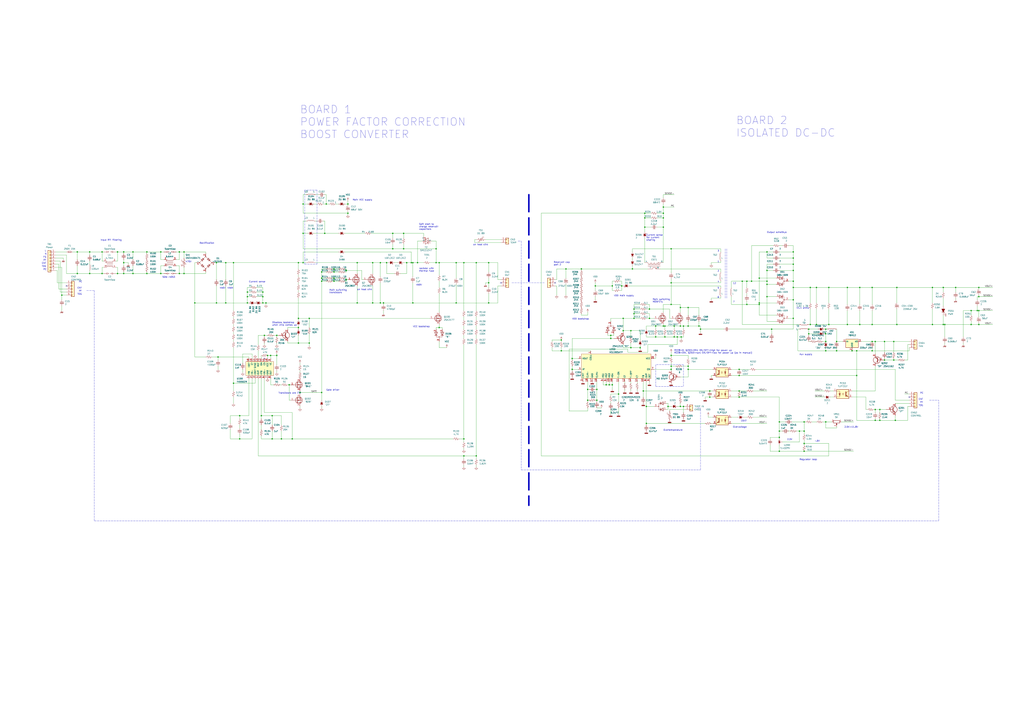
<source format=kicad_sch>
(kicad_sch (version 20211123) (generator eeschema)
  (paper "A1")
  (junction (at 722.63 336.55))
  (junction (at 544.83 186.69))
  (junction (at 544.83 170.18))
  (junction (at 558.8 334.01))
  (junction (at 50.8 242.57))
  (junction (at 716.28 236.22))
  (junction (at 501.65 278.13))
  (junction (at 565.15 300.99))
  (junction (at 358.14 204.47))
  (junction (at 687.07 280.67))
  (junction (at 96.52 224.79))
  (junction (at 501.65 275.59))
  (junction (at 482.6 320.04))
  (junction (at 660.4 346.71))
  (junction (at 551.18 250.19))
  (junction (at 544.83 175.26))
  (junction (at 651.51 231.14))
  (junction (at 718.82 345.44))
  (junction (at 511.81 261.62))
  (junction (at 765.81 266.7))
  (junction (at 703.58 288.29))
  (junction (at 529.59 175.26))
  (junction (at 582.93 321.31))
  (junction (at 706.12 266.7))
  (junction (at 285.75 167.64))
  (junction (at 797.56 266.7))
  (junction (at 185.42 215.9))
  (junction (at 651.51 207.01))
  (junction (at 718.82 280.67))
  (junction (at 623.57 228.6))
  (junction (at 575.31 270.51))
  (junction (at 191.77 215.9))
  (junction (at 219.71 292.1))
  (junction (at 629.92 243.84))
  (junction (at 678.18 346.71))
  (junction (at 339.09 215.9))
  (junction (at 651.51 246.38))
  (junction (at 464.82 220.98))
  (junction (at 607.06 321.31))
  (junction (at 381 374.65))
  (junction (at 716.28 288.29))
  (junction (at 651.51 212.09))
  (junction (at 640.08 354.33))
  (junction (at 558.8 252.73))
  (junction (at 678.18 280.67))
  (junction (at 339.09 248.92))
  (junction (at 660.4 364.49))
  (junction (at 151.13 224.79))
  (junction (at 120.65 224.79))
  (junction (at 525.78 285.75))
  (junction (at 633.73 270.51))
  (junction (at 678.18 288.29))
  (junction (at 360.68 215.9))
  (junction (at 73.66 207.01))
  (junction (at 678.18 270.51))
  (junction (at 267.97 167.64))
  (junction (at 665.48 266.7))
  (junction (at 629.92 231.14))
  (junction (at 726.44 280.67))
  (junction (at 317.5 215.9))
  (junction (at 518.16 285.75))
  (junction (at 651.51 261.62))
  (junction (at 734.06 280.67))
  (junction (at 613.41 250.19))
  (junction (at 561.34 334.01))
  (junction (at 306.07 215.9))
  (junction (at 544.83 179.07))
  (junction (at 488.95 234.95))
  (junction (at 553.72 276.86))
  (junction (at 312.42 248.92))
  (junction (at 665.48 236.22))
  (junction (at 254 261.62))
  (junction (at 544.83 267.97))
  (junction (at 797.56 255.27))
  (junction (at 374.65 215.9))
  (junction (at 548.64 334.01))
  (junction (at 803.91 236.22))
  (junction (at 775.97 266.7))
  (junction (at 469.9 303.53))
  (junction (at 218.44 248.92))
  (junction (at 613.41 231.14))
  (junction (at 248.92 191.77))
  (junction (at 803.91 266.7))
  (junction (at 374.65 248.92))
  (junction (at 551.18 204.47))
  (junction (at 538.48 276.86))
  (junction (at 736.6 266.7))
  (junction (at 331.47 204.47))
  (junction (at 530.86 347.98))
  (junction (at 687.07 288.29))
  (junction (at 240.03 360.68))
  (junction (at 718.82 336.55))
  (junction (at 223.52 341.63))
  (junction (at 264.16 322.58))
  (junction (at 490.22 320.04))
  (junction (at 63.5 207.01))
  (junction (at 664.21 270.51))
  (junction (at 640.08 370.84))
  (junction (at 482.6 328.93))
  (junction (at 553.72 267.97))
  (junction (at 699.77 288.29))
  (junction (at 530.86 334.01))
  (junction (at 660.4 370.84))
  (junction (at 101.6 207.01))
  (junction (at 670.56 266.7))
  (junction (at 461.01 279.4))
  (junction (at 342.9 215.9))
  (junction (at 546.1 267.97))
  (junction (at 726.44 295.91))
  (junction (at 381 215.9))
  (junction (at 528.32 321.31))
  (junction (at 314.96 248.92))
  (junction (at 582.93 326.39))
  (junction (at 664.21 274.32))
  (junction (at 132.08 224.79))
  (junction (at 469.9 294.64))
  (junction (at 331.47 191.77))
  (junction (at 337.82 215.9))
  (junction (at 680.72 266.7))
  (junction (at 284.48 229.87))
  (junction (at 245.11 281.94))
  (junction (at 73.66 224.79))
  (junction (at 558.8 267.97))
  (junction (at 160.02 248.92))
  (junction (at 703.58 308.61))
  (junction (at 101.6 224.79))
  (junction (at 678.18 274.32))
  (junction (at 565.15 267.97))
  (junction (at 497.84 316.23))
  (junction (at 607.06 303.53))
  (junction (at 546.1 276.86))
  (junction (at 617.22 231.14))
  (junction (at 461.01 288.29))
  (junction (at 508 323.85))
  (junction (at 511.81 271.78))
  (junction (at 607.06 326.39))
  (junction (at 358.14 215.9))
  (junction (at 248.92 215.9))
  (junction (at 101.6 215.9))
  (junction (at 322.58 204.47))
  (junction (at 629.92 222.25))
  (junction (at 293.37 248.92))
  (junction (at 214.63 341.63))
  (junction (at 177.8 248.92))
  (junction (at 322.58 191.77))
  (junction (at 518.16 271.78))
  (junction (at 223.52 360.68))
  (junction (at 551.18 232.41))
  (junction (at 520.7 254))
  (junction (at 629.92 233.68))
  (junction (at 215.9 248.92))
  (junction (at 391.16 215.9))
  (junction (at 245.11 215.9))
  (junction (at 574.04 267.97))
  (junction (at 651.51 222.25))
  (junction (at 293.37 215.9))
  (junction (at 640.08 346.71))
  (junction (at 559.435 276.86))
  (junction (at 529.59 179.07))
  (junction (at 670.56 236.22))
  (junction (at 565.15 303.53))
  (junction (at 401.32 232.41))
  (junction (at 556.26 276.86))
  (junction (at 203.2 243.84))
  (junction (at 640.08 359.41))
  (junction (at 500.38 316.23))
  (junction (at 312.42 215.9))
  (junction (at 203.2 248.92))
  (junction (at 623.57 248.92))
  (junction (at 609.6 231.14))
  (junction (at 222.25 292.1))
  (junction (at 716.28 280.67))
  (junction (at 248.92 167.64))
  (junction (at 551.18 292.1))
  (junction (at 623.57 250.19))
  (junction (at 695.96 266.7))
  (junction (at 147.32 224.79))
  (junction (at 706.12 236.22))
  (junction (at 246.38 322.58))
  (junction (at 215.9 240.03))
  (junction (at 147.32 207.01))
  (junction (at 784.86 236.22))
  (junction (at 551.18 303.53))
  (junction (at 736.6 236.22))
  (junction (at 284.48 222.25))
  (junction (at 607.06 308.61))
  (junction (at 391.16 374.65))
  (junction (at 120.65 207.01))
  (junction (at 381 360.68))
  (junction (at 274.32 228.6))
  (junction (at 231.14 360.68))
  (junction (at 96.52 207.01))
  (junction (at 264.16 228.6))
  (junction (at 227.33 292.1))
  (junction (at 306.07 248.92))
  (junction (at 196.85 341.63))
  (junction (at 217.17 275.59))
  (junction (at 529.59 186.69))
  (junction (at 510.54 234.95))
  (junction (at 519.43 220.98))
  (junction (at 215.9 243.84))
  (junction (at 63.5 224.79))
  (junction (at 490.22 328.93))
  (junction (at 538.48 267.97))
  (junction (at 561.34 267.97))
  (junction (at 196.85 360.68))
  (junction (at 803.91 255.27))
  (junction (at 533.4 261.62))
  (junction (at 551.18 300.99))
  (junction (at 803.91 243.84))
  (junction (at 765.81 236.22))
  (junction (at 266.7 191.77))
  (junction (at 334.01 215.9))
  (junction (at 109.22 224.79))
  (junction (at 660.4 354.33))
  (junction (at 533.4 254))
  (junction (at 179.07 293.37))
  (junction (at 185.42 248.92))
  (junction (at 109.22 207.01))
  (junction (at 722.63 345.44))
  (junction (at 477.52 220.98))
  (junction (at 774.7 236.22))
  (junction (at 695.96 236.22))
  (junction (at 285.75 175.26))
  (junction (at 245.11 261.62))
  (junction (at 203.2 240.03))
  (junction (at 264.16 223.52))
  (junction (at 565.15 252.73))
  (junction (at 629.92 207.01))
  (junction (at 191.77 314.96))
  (junction (at 83.82 224.79))
  (junction (at 401.32 248.92))
  (junction (at 656.59 354.33))
  (junction (at 735.33 345.44))
  (junction (at 680.72 236.22))
  (junction (at 360.68 269.24))
  (junction (at 254 281.94))
  (junction (at 151.13 207.01))
  (junction (at 502.92 234.95))
  (junction (at 502.92 316.23))
  (junction (at 734.06 295.91))
  (junction (at 520.7 261.62))
  (junction (at 802.64 255.27))
  (junction (at 245.11 269.24))
  (junction (at 83.82 207.01))
  (junction (at 520.7 257.81))
  (junction (at 237.49 316.23))
  (junction (at 227.33 275.59))
  (junction (at 401.32 215.9))
  (junction (at 651.51 217.17))
  (junction (at 132.08 207.01))
  (junction (at 264.16 231.14))
  (junction (at 274.32 223.52))
  (junction (at 177.8 215.9))
  (junction (at 774.7 266.7))
  (junction (at 274.32 231.14))
  (junction (at 716.28 266.7))
  (junction (at 274.32 220.98))
  (junction (at 651.51 236.22))
  (no_connect (at 217.17 294.64))
  (no_connect (at 455.93 232.41))
  (no_connect (at 411.48 232.41))
  (no_connect (at 54.61 234.95))
  (no_connect (at 746.76 326.39))
  (wire (pts (xy 199.39 290.83) (xy 207.01 290.83)))
  (wire (pts (xy 735.33 303.53) (xy 735.33 328.93)))
  (wire (pts (xy 518.16 285.75) (xy 511.81 285.75)))
  (wire (pts (xy 469.9 294.64) (xy 469.9 278.13)))
  (wire (pts (xy 109.22 224.79) (xy 120.65 224.79)))
  (wire (pts (xy 775.97 266.7) (xy 797.56 266.7)))
  (wire (pts (xy 245.11 267.97) (xy 245.11 269.24)))
  (wire (pts (xy 581.66 341.63) (xy 581.66 342.9)))
  (wire (pts (xy 101.6 223.52) (xy 101.6 224.79)))
  (wire (pts (xy 501.65 264.16) (xy 501.65 261.62)))
  (wire (pts (xy 548.64 336.55) (xy 548.64 334.01)))
  (wire (pts (xy 530.86 347.98) (xy 530.86 349.25)))
  (wire (pts (xy 617.22 231.14) (xy 629.92 231.14)))
  (wire (pts (xy 347.98 191.77) (xy 331.47 191.77)))
  (wire (pts (xy 245.11 238.76) (xy 245.11 240.03)))
  (wire (pts (xy 558.8 252.73) (xy 558.8 250.19)))
  (wire (pts (xy 218.44 250.19) (xy 218.44 248.92)))
  (wire (pts (xy 381 267.97) (xy 381 270.51)))
  (wire (pts (xy 546.1 276.86) (xy 553.72 276.86)))
  (wire (pts (xy 101.6 224.79) (xy 109.22 224.79)))
  (wire (pts (xy 374.65 233.68) (xy 374.65 248.92)))
  (wire (pts (xy 248.92 204.47) (xy 322.58 204.47)))
  (wire (pts (xy 389.89 199.39) (xy 411.48 199.39)))
  (wire (pts (xy 774.7 245.11) (xy 774.7 251.46)))
  (wire (pts (xy 453.39 285.75) (xy 453.39 288.29)))
  (wire (pts (xy 196.85 360.68) (xy 207.01 360.68)))
  (wire (pts (xy 665.48 254) (xy 665.48 266.7)))
  (wire (pts (xy 530.86 254) (xy 533.4 254)))
  (wire (pts (xy 664.21 280.67) (xy 665.48 280.67)))
  (polyline (pts (xy 561.34 317.5) (xy 561.34 299.72)))
  (wire (pts (xy 651.51 261.62) (xy 647.7 261.62)))
  (wire (pts (xy 196.85 349.25) (xy 196.85 351.79)))
  (wire (pts (xy 665.48 236.22) (xy 665.48 248.92)))
  (wire (pts (xy 549.91 261.62) (xy 549.91 254)))
  (wire (pts (xy 529.59 175.26) (xy 444.5 175.26)))
  (wire (pts (xy 314.96 248.92) (xy 339.09 248.92)))
  (wire (pts (xy 497.84 316.23) (xy 500.38 316.23)))
  (wire (pts (xy 210.82 240.03) (xy 215.9 240.03)))
  (wire (pts (xy 274.32 220.98) (xy 274.32 223.52)))
  (wire (pts (xy 358.14 215.9) (xy 360.68 215.9)))
  (wire (pts (xy 618.49 342.9) (xy 629.92 342.9)))
  (wire (pts (xy 670.56 236.22) (xy 670.56 248.92)))
  (wire (pts (xy 533.4 250.19) (xy 533.4 254)))
  (wire (pts (xy 600.71 342.9) (xy 605.79 342.9)))
  (wire (pts (xy 735.33 341.63) (xy 735.33 345.44)))
  (wire (pts (xy 803.91 266.7) (xy 815.34 266.7)))
  (wire (pts (xy 461.01 288.29) (xy 485.14 288.29)))
  (wire (pts (xy 73.66 214.63) (xy 73.66 217.17)))
  (wire (pts (xy 665.48 236.22) (xy 670.56 236.22)))
  (wire (pts (xy 411.48 229.87) (xy 408.94 229.87)))
  (wire (pts (xy 391.16 283.21) (xy 391.16 374.65)))
  (wire (pts (xy 519.43 218.44) (xy 519.43 220.98)))
  (wire (pts (xy 284.48 228.6) (xy 284.48 229.87)))
  (wire (pts (xy 83.82 224.79) (xy 85.09 224.79)))
  (wire (pts (xy 168.91 223.52) (xy 168.91 224.79)))
  (wire (pts (xy 109.22 213.36) (xy 109.22 207.01)))
  (wire (pts (xy 360.68 269.24) (xy 363.22 269.24)))
  (wire (pts (xy 284.48 229.87) (xy 284.48 231.14)))
  (wire (pts (xy 711.2 326.39) (xy 711.2 336.55)))
  (wire (pts (xy 132.08 224.79) (xy 134.62 224.79)))
  (wire (pts (xy 337.82 215.9) (xy 337.82 207.01)))
  (polyline (pts (xy 77.47 427.99) (xy 770.89 427.99)))
  (wire (pts (xy 671.83 274.32) (xy 664.21 274.32)))
  (wire (pts (xy 245.11 215.9) (xy 248.92 215.9)))
  (wire (pts (xy 50.8 242.57) (xy 54.61 242.57)))
  (wire (pts (xy 582.93 326.39) (xy 579.12 326.39)))
  (wire (pts (xy 381 368.3) (xy 381 369.57)))
  (wire (pts (xy 401.32 215.9) (xy 401.32 223.52)))
  (wire (pts (xy 591.82 204.47) (xy 591.82 207.01)))
  (wire (pts (xy 267.97 160.02) (xy 266.7 160.02)))
  (wire (pts (xy 623.57 259.08) (xy 623.57 250.19)))
  (wire (pts (xy 562.61 336.55) (xy 549.91 336.55)))
  (wire (pts (xy 488.95 328.93) (xy 490.22 328.93)))
  (wire (pts (xy 248.92 207.01) (xy 248.92 215.9)))
  (wire (pts (xy 797.56 264.16) (xy 797.56 266.7)))
  (wire (pts (xy 519.43 220.98) (xy 532.13 220.98)))
  (wire (pts (xy 267.97 228.6) (xy 264.16 228.6)))
  (wire (pts (xy 267.97 220.98) (xy 264.16 220.98)))
  (wire (pts (xy 565.15 252.73) (xy 565.15 259.08)))
  (wire (pts (xy 547.37 331.47) (xy 548.64 331.47)))
  (wire (pts (xy 513.08 313.69) (xy 513.08 314.96)))
  (wire (pts (xy 293.37 248.92) (xy 306.07 248.92)))
  (wire (pts (xy 556.26 334.01) (xy 558.8 334.01)))
  (wire (pts (xy 215.9 243.84) (xy 215.9 248.92)))
  (wire (pts (xy 558.8 331.47) (xy 558.8 334.01)))
  (wire (pts (xy 687.07 280.67) (xy 692.15 280.67)))
  (wire (pts (xy 529.59 186.69) (xy 529.59 190.5)))
  (wire (pts (xy 331.47 191.77) (xy 322.58 191.77)))
  (wire (pts (xy 312.42 232.41) (xy 312.42 248.92)))
  (wire (pts (xy 558.8 266.7) (xy 558.8 267.97)))
  (wire (pts (xy 746.76 331.47) (xy 735.33 331.47)))
  (wire (pts (xy 191.77 314.96) (xy 209.55 314.96)))
  (polyline (pts (xy 572.77 335.28) (xy 575.31 335.28)))
  (wire (pts (xy 495.3 313.69) (xy 495.3 316.23)))
  (wire (pts (xy 613.41 231.14) (xy 617.22 231.14)))
  (wire (pts (xy 504.19 278.13) (xy 501.65 278.13)))
  (wire (pts (xy 735.33 345.44) (xy 745.49 345.44)))
  (wire (pts (xy 651.51 212.09) (xy 651.51 217.17)))
  (wire (pts (xy 497.84 313.69) (xy 497.84 316.23)))
  (wire (pts (xy 293.37 234.95) (xy 293.37 248.92)))
  (wire (pts (xy 574.04 264.16) (xy 574.04 267.97)))
  (wire (pts (xy 803.91 255.27) (xy 803.91 260.35)))
  (wire (pts (xy 401.32 248.92) (xy 374.65 248.92)))
  (wire (pts (xy 204.47 341.63) (xy 204.47 311.15)))
  (wire (pts (xy 457.2 220.98) (xy 457.2 229.87)))
  (wire (pts (xy 775.97 283.21) (xy 775.97 281.94)))
  (wire (pts (xy 50.8 251.46) (xy 50.8 255.27)))
  (wire (pts (xy 132.08 207.01) (xy 132.08 213.36)))
  (wire (pts (xy 678.18 274.32) (xy 678.18 270.51)))
  (wire (pts (xy 802.64 255.27) (xy 803.91 255.27)))
  (wire (pts (xy 285.75 175.26) (xy 285.75 176.53)))
  (wire (pts (xy 717.55 336.55) (xy 718.82 336.55)))
  (wire (pts (xy 144.78 218.44) (xy 147.32 218.44)))
  (wire (pts (xy 461.01 285.75) (xy 461.01 288.29)))
  (wire (pts (xy 530.86 347.98) (xy 579.12 347.98)))
  (wire (pts (xy 488.95 320.04) (xy 490.22 320.04)))
  (polyline (pts (xy 260.35 156.21) (xy 250.19 156.21)))
  (wire (pts (xy 716.28 236.22) (xy 736.6 236.22)))
  (wire (pts (xy 217.17 275.59) (xy 219.71 275.59)))
  (wire (pts (xy 322.58 204.47) (xy 331.47 204.47)))
  (wire (pts (xy 525.78 271.78) (xy 518.16 271.78)))
  (wire (pts (xy 546.1 267.97) (xy 546.1 270.51)))
  (wire (pts (xy 358.14 204.47) (xy 358.14 215.9)))
  (wire (pts (xy 264.16 231.14) (xy 267.97 231.14)))
  (wire (pts (xy 565.15 267.97) (xy 574.04 267.97)))
  (wire (pts (xy 214.63 311.15) (xy 214.63 341.63)))
  (wire (pts (xy 539.75 179.07) (xy 544.83 179.07)))
  (wire (pts (xy 660.4 364.49) (xy 680.72 364.49)))
  (wire (pts (xy 510.54 234.95) (xy 510.54 231.14)))
  (wire (pts (xy 203.2 243.84) (xy 205.74 243.84)))
  (wire (pts (xy 48.26 237.49) (xy 54.61 237.49)))
  (wire (pts (xy 312.42 248.92) (xy 314.96 248.92)))
  (wire (pts (xy 217.17 281.94) (xy 217.17 283.21)))
  (wire (pts (xy 334.01 215.9) (xy 337.82 215.9)))
  (wire (pts (xy 49.53 214.63) (xy 49.53 240.03)))
  (wire (pts (xy 655.32 288.29) (xy 678.18 288.29)))
  (wire (pts (xy 538.48 293.37) (xy 538.48 294.64)))
  (wire (pts (xy 551.18 232.41) (xy 591.82 232.41)))
  (wire (pts (xy 607.06 303.53) (xy 615.95 303.53)))
  (wire (pts (xy 632.46 359.41) (xy 640.08 359.41)))
  (wire (pts (xy 267.97 167.64) (xy 270.51 167.64)))
  (wire (pts (xy 293.37 224.79) (xy 293.37 215.9)))
  (wire (pts (xy 358.14 269.24) (xy 360.68 269.24)))
  (wire (pts (xy 530.86 250.19) (xy 533.4 250.19)))
  (wire (pts (xy 607.06 308.61) (xy 703.58 308.61)))
  (wire (pts (xy 293.37 215.9) (xy 259.08 215.9)))
  (wire (pts (xy 398.78 196.85) (xy 411.48 196.85)))
  (wire (pts (xy 317.5 215.9) (xy 318.77 215.9)))
  (wire (pts (xy 765.81 236.22) (xy 765.81 248.92)))
  (wire (pts (xy 101.6 213.36) (xy 101.6 215.9)))
  (polyline (pts (xy 763.27 328.93) (xy 770.89 328.93)))
  (polyline (pts (xy 770.89 427.99) (xy 770.89 328.93)))
  (wire (pts (xy 191.77 255.27) (xy 191.77 215.9)))
  (wire (pts (xy 245.11 226.06) (xy 245.11 227.33)))
  (wire (pts (xy 745.49 334.01) (xy 746.76 334.01)))
  (wire (pts (xy 217.17 276.86) (xy 217.17 275.59)))
  (wire (pts (xy 284.48 222.25) (xy 284.48 223.52)))
  (wire (pts (xy 227.33 292.1) (xy 227.33 299.72)))
  (wire (pts (xy 196.85 341.63) (xy 196.85 344.17)))
  (wire (pts (xy 501.65 261.62) (xy 511.81 261.62)))
  (wire (pts (xy 651.51 222.25) (xy 651.51 231.14)))
  (wire (pts (xy 703.58 288.29) (xy 703.58 308.61)))
  (wire (pts (xy 358.14 204.47) (xy 358.14 198.12)))
  (wire (pts (xy 176.53 215.9) (xy 177.8 215.9)))
  (wire (pts (xy 189.23 353.06) (xy 189.23 360.68)))
  (wire (pts (xy 203.2 236.22) (xy 203.2 240.03)))
  (wire (pts (xy 554.99 300.99) (xy 551.18 300.99)))
  (wire (pts (xy 490.22 313.69) (xy 490.22 320.04)))
  (wire (pts (xy 687.07 350.52) (xy 687.07 351.79)))
  (wire (pts (xy 246.38 323.85) (xy 246.38 322.58)))
  (wire (pts (xy 408.94 229.87) (xy 408.94 215.9)))
  (wire (pts (xy 323.85 215.9) (xy 326.39 215.9)))
  (wire (pts (xy 179.07 293.37) (xy 179.07 295.91)))
  (wire (pts (xy 283.21 167.64) (xy 285.75 167.64)))
  (wire (pts (xy 553.72 275.59) (xy 553.72 276.86)))
  (wire (pts (xy 231.14 360.68) (xy 240.03 360.68)))
  (wire (pts (xy 511.81 285.75) (xy 511.81 283.21)))
  (wire (pts (xy 283.21 223.52) (xy 284.48 223.52)))
  (wire (pts (xy 408.94 215.9) (xy 401.32 215.9)))
  (wire (pts (xy 83.82 207.01) (xy 85.09 207.01)))
  (polyline (pts (xy 538.48 317.5) (xy 561.34 317.5)))
  (wire (pts (xy 551.18 292.1) (xy 565.15 292.1)))
  (wire (pts (xy 551.18 229.235) (xy 551.18 232.41)))
  (wire (pts (xy 501.65 336.55) (xy 501.65 340.36)))
  (wire (pts (xy 469.9 303.53) (xy 469.9 300.99)))
  (wire (pts (xy 46.99 222.25) (xy 45.72 222.25)))
  (wire (pts (xy 669.29 321.31) (xy 676.91 321.31)))
  (wire (pts (xy 283.21 220.98) (xy 284.48 220.98)))
  (wire (pts (xy 160.02 215.9) (xy 160.02 248.92)))
  (wire (pts (xy 784.86 236.22) (xy 803.91 236.22)))
  (wire (pts (xy 461.01 279.4) (xy 453.39 279.4)))
  (wire (pts (xy 544.83 256.54) (xy 544.83 250.19)))
  (wire (pts (xy 147.32 224.79) (xy 151.13 224.79)))
  (wire (pts (xy 120.65 224.79) (xy 120.65 223.52)))
  (wire (pts (xy 381 360.68) (xy 381 363.22)))
  (wire (pts (xy 120.65 224.79) (xy 132.08 224.79)))
  (wire (pts (xy 306.07 224.79) (xy 306.07 215.9)))
  (wire (pts (xy 501.65 330.2) (xy 501.65 331.47)))
  (wire (pts (xy 695.96 266.7) (xy 706.12 266.7)))
  (wire (pts (xy 537.21 294.64) (xy 538.48 294.64)))
  (wire (pts (xy 591.82 236.22) (xy 591.82 234.95)))
  (wire (pts (xy 525.78 284.48) (xy 525.78 285.75)))
  (wire (pts (xy 401.32 228.6) (xy 401.32 232.41)))
  (wire (pts (xy 73.66 207.01) (xy 73.66 209.55)))
  (wire (pts (xy 775.97 266.7) (xy 775.97 276.86)))
  (wire (pts (xy 214.63 360.68) (xy 214.63 358.14)))
  (wire (pts (xy 665.48 266.7) (xy 670.56 266.7)))
  (polyline (pts (xy 71.12 238.76) (xy 77.47 238.76)))
  (wire (pts (xy 803.91 265.43) (xy 803.91 266.7)))
  (wire (pts (xy 515.62 289.56) (xy 532.13 289.56)))
  (wire (pts (xy 591.82 232.41) (xy 591.82 231.14)))
  (wire (pts (xy 532.13 289.56) (xy 532.13 283.21)))
  (wire (pts (xy 501.65 325.12) (xy 501.65 323.85)))
  (wire (pts (xy 548.64 334.01) (xy 551.18 334.01)))
  (wire (pts (xy 254 281.94) (xy 245.11 281.94)))
  (wire (pts (xy 591.82 215.9) (xy 584.2 215.9)))
  (wire (pts (xy 687.07 288.29) (xy 699.77 288.29)))
  (wire (pts (xy 63.5 213.36) (xy 63.5 207.01)))
  (wire (pts (xy 623.57 207.01) (xy 629.92 207.01)))
  (wire (pts (xy 640.08 370.84) (xy 660.4 370.84)))
  (wire (pts (xy 565.15 252.73) (xy 558.8 252.73)))
  (wire (pts (xy 525.78 261.62) (xy 520.7 261.62)))
  (wire (pts (xy 683.26 346.71) (xy 678.18 346.71)))
  (wire (pts (xy 678.18 346.71) (xy 678.18 351.79)))
  (wire (pts (xy 765.81 254) (xy 765.81 266.7)))
  (wire (pts (xy 482.6 320.04) (xy 483.87 320.04)))
  (wire (pts (xy 629.92 207.01) (xy 635 207.01)))
  (wire (pts (xy 363.22 269.24) (xy 363.22 270.51)))
  (wire (pts (xy 398.78 232.41) (xy 398.78 233.68)))
  (wire (pts (xy 600.71 321.31) (xy 607.06 321.31)))
  (wire (pts (xy 264.16 223.52) (xy 267.97 223.52)))
  (wire (pts (xy 581.66 342.9) (xy 585.47 342.9)))
  (wire (pts (xy 474.98 303.53) (xy 469.9 303.53)))
  (wire (pts (xy 151.13 219.71) (xy 151.13 224.79)))
  (wire (pts (xy 537.21 261.62) (xy 533.4 261.62)))
  (wire (pts (xy 185.42 215.9) (xy 191.77 215.9)))
  (wire (pts (xy 317.5 224.79) (xy 317.5 215.9)))
  (wire (pts (xy 203.2 243.84) (xy 203.2 248.92)))
  (wire (pts (xy 120.65 208.28) (xy 120.65 207.01)))
  (wire (pts (xy 609.6 266.7) (xy 609.6 231.14)))
  (wire (pts (xy 191.77 314.96) (xy 191.77 321.31)))
  (wire (pts (xy 331.47 215.9) (xy 334.01 215.9)))
  (wire (pts (xy 803.91 243.84) (xy 815.34 243.84)))
  (wire (pts (xy 591.82 245.11) (xy 584.2 245.11)))
  (wire (pts (xy 575.31 270.51) (xy 594.36 270.51)))
  (wire (pts (xy 510.54 231.14) (xy 509.27 231.14)))
  (wire (pts (xy 518.16 276.86) (xy 518.16 271.78)))
  (wire (pts (xy 199.39 303.53) (xy 199.39 306.07)))
  (wire (pts (xy 391.16 382.27) (xy 391.16 383.54)))
  (wire (pts (xy 556.26 283.21) (xy 556.26 276.86)))
  (wire (pts (xy 582.93 321.31) (xy 585.47 321.31)))
  (wire (pts (xy 215.9 248.92) (xy 214.63 248.92)))
  (wire (pts (xy 215.9 236.22) (xy 215.9 240.03)))
  (wire (pts (xy 695.96 236.22) (xy 706.12 236.22)))
  (wire (pts (xy 791.21 283.21) (xy 791.21 281.94)))
  (wire (pts (xy 101.6 207.01) (xy 109.22 207.01)))
  (wire (pts (xy 245.11 245.11) (xy 245.11 261.62)))
  (wire (pts (xy 660.4 346.71) (xy 660.4 354.33)))
  (wire (pts (xy 177.8 215.9) (xy 177.8 229.87)))
  (wire (pts (xy 539.75 186.69) (xy 544.83 186.69)))
  (wire (pts (xy 147.32 218.44) (xy 147.32 224.79)))
  (wire (pts (xy 328.93 224.79) (xy 334.01 224.79)))
  (wire (pts (xy 803.91 255.27) (xy 815.34 255.27)))
  (wire (pts (xy 553.72 267.97) (xy 553.72 270.51)))
  (wire (pts (xy 591.82 220.98) (xy 591.82 223.52)))
  (wire (pts (xy 640.08 354.33) (xy 640.08 359.41)))
  (wire (pts (xy 237.49 328.93) (xy 237.49 316.23)))
  (wire (pts (xy 551.18 204.47) (xy 591.82 204.47)))
  (wire (pts (xy 621.03 303.53) (xy 735.33 303.53)))
  (wire (pts (xy 591.82 245.11) (xy 591.82 243.84)))
  (wire (pts (xy 617.22 201.93) (xy 617.22 231.14)))
  (wire (pts (xy 374.65 248.92) (xy 339.09 248.92)))
  (wire (pts (xy 227.33 304.8) (xy 227.33 306.07)))
  (wire (pts (xy 501.65 323.85) (xy 508 323.85)))
  (wire (pts (xy 185.42 248.92) (xy 177.8 248.92)))
  (wire (pts (xy 214.63 349.25) (xy 214.63 353.06)))
  (wire (pts (xy 209.55 311.15) (xy 209.55 314.96)))
  (polyline (pts (xy 77.47 238.76) (xy 77.47 427.99)))
  (wire (pts (xy 513.08 321.31) (xy 513.08 320.04)))
  (polyline (pts (xy 425.45 198.12) (xy 427.99 198.12)))
  (wire (pts (xy 482.6 328.93) (xy 483.87 328.93)))
  (wire (pts (xy 797.56 255.27) (xy 802.64 255.27)))
  (wire (pts (xy 306.07 215.9) (xy 312.42 215.9)))
  (wire (pts (xy 745.49 283.21) (xy 746.76 283.21)))
  (wire (pts (xy 322.58 191.77) (xy 322.58 195.58)))
  (wire (pts (xy 248.92 167.64) (xy 252.73 167.64)))
  (wire (pts (xy 95.25 207.01) (xy 96.52 207.01)))
  (wire (pts (xy 664.21 270.51) (xy 671.83 270.51)))
  (wire (pts (xy 633.73 270.51) (xy 599.44 270.51)))
  (wire (pts (xy 83.82 214.63) (xy 83.82 207.01)))
  (wire (pts (xy 533.4 261.62) (xy 533.4 257.81)))
  (wire (pts (xy 237.49 316.23) (xy 238.76 316.23)))
  (wire (pts (xy 675.64 280.67) (xy 678.18 280.67)))
  (wire (pts (xy 275.59 167.64) (xy 278.13 167.64)))
  (wire (pts (xy 223.52 354.33) (xy 223.52 360.68)))
  (wire (pts (xy 240.03 339.09) (xy 240.03 360.68)))
  (wire (pts (xy 519.43 212.09) (xy 519.43 213.36)))
  (wire (pts (xy 651.51 246.38) (xy 651.51 261.62)))
  (wire (pts (xy 511.81 271.78) (xy 511.81 261.62)))
  (wire (pts (xy 245.11 269.24) (xy 245.11 270.51)))
  (wire (pts (xy 85.09 219.71) (xy 83.82 219.71)))
  (wire (pts (xy 54.61 209.55) (xy 54.61 224.79)))
  (wire (pts (xy 312.42 215.9) (xy 312.42 227.33)))
  (wire (pts (xy 718.82 336.55) (xy 722.63 336.55)))
  (wire (pts (xy 680.72 236.22) (xy 680.72 248.92)))
  (wire (pts (xy 508 323.85) (xy 508 330.2)))
  (wire (pts (xy 101.6 215.9) (xy 105.41 215.9)))
  (wire (pts (xy 640.08 365.76) (xy 640.08 370.84)))
  (wire (pts (xy 504.19 231.14) (xy 502.92 231.14)))
  (wire (pts (xy 736.6 254) (xy 736.6 266.7)))
  (wire (pts (xy 229.87 316.23) (xy 231.14 316.23)))
  (wire (pts (xy 381 374.65) (xy 391.16 374.65)))
  (wire (pts (xy 482.6 313.69) (xy 482.6 320.04)))
  (wire (pts (xy 73.66 224.79) (xy 73.66 222.25)))
  (wire (pts (xy 411.48 234.95) (xy 408.94 234.95)))
  (wire (pts (xy 274.32 228.6) (xy 274.32 231.14)))
  (wire (pts (xy 640.08 360.68) (xy 640.08 359.41)))
  (wire (pts (xy 651.51 261.62) (xy 651.51 270.51)))
  (wire (pts (xy 391.16 215.9) (xy 401.32 215.9)))
  (wire (pts (xy 227.33 281.94) (xy 227.33 283.21)))
  (wire (pts (xy 629.92 222.25) (xy 635 222.25)))
  (wire (pts (xy 360.68 215.9) (xy 360.68 226.06)))
  (wire (pts (xy 623.57 248.92) (xy 637.54 248.92)))
  (wire (pts (xy 742.95 323.85) (xy 746.76 323.85)))
  (wire (pts (xy 518.16 313.69) (xy 518.16 314.96)))
  (wire (pts (xy 223.52 341.63) (xy 231.14 341.63)))
  (wire (pts (xy 579.12 326.39) (xy 579.12 327.66)))
  (wire (pts (xy 217.17 339.09) (xy 240.03 339.09)))
  (polyline (pts (xy 538.48 299.72) (xy 538.48 317.5)))
  (wire (pts (xy 189.23 341.63) (xy 196.85 341.63)))
  (wire (pts (xy 558.8 252.73) (xy 558.8 256.54)))
  (wire (pts (xy 501.65 275.59) (xy 501.65 278.13)))
  (wire (pts (xy 784.86 245.11) (xy 784.86 246.38)))
  (wire (pts (xy 185.42 248.92) (xy 203.2 248.92)))
  (wire (pts (xy 718.82 280.67) (xy 718.82 290.83)))
  (wire (pts (xy 726.44 280.67) (xy 734.06 280.67)))
  (polyline (pts (xy 260.35 217.17) (xy 260.35 156.21)))
  (wire (pts (xy 95.25 224.79) (xy 96.52 224.79)))
  (wire (pts (xy 96.52 219.71) (xy 96.52 224.79)))
  (wire (pts (xy 651.51 217.17) (xy 651.51 222.25)))
  (wire (pts (xy 551.18 300.99) (xy 551.18 303.53)))
  (wire (pts (xy 544.83 162.56) (xy 544.83 160.02)))
  (wire (pts (xy 179.07 293.37) (xy 204.47 293.37)))
  (wire (pts (xy 530.86 334.01) (xy 530.86 347.98)))
  (wire (pts (xy 331.47 204.47) (xy 358.14 204.47)))
  (wire (pts (xy 678.18 274.32) (xy 678.18 280.67)))
  (polyline (pts (xy 596.9 204.47) (xy 596.9 245.11)))
  (wire (pts (xy 477.52 220.98) (xy 477.52 222.25)))
  (wire (pts (xy 273.05 223.52) (xy 274.32 223.52)))
  (wire (pts (xy 231.14 341.63) (xy 231.14 349.25)))
  (wire (pts (xy 538.48 267.97) (xy 544.83 267.97)))
  (wire (pts (xy 218.44 248.92) (xy 293.37 248.92)))
  (wire (pts (xy 530.86 267.97) (xy 538.48 267.97)))
  (wire (pts (xy 519.43 204.47) (xy 551.18 204.47)))
  (wire (pts (xy 791.21 255.27) (xy 791.21 276.86)))
  (wire (pts (xy 565.15 300.99) (xy 560.07 300.99)))
  (wire (pts (xy 574.04 267.97) (xy 575.31 267.97)))
  (wire (pts (xy 609.6 231.14) (xy 613.41 231.14)))
  (wire (pts (xy 575.31 270.51) (xy 575.31 273.05)))
  (wire (pts (xy 482.6 335.28) (xy 482.6 337.82)))
  (wire (pts (xy 687.07 270.51) (xy 687.07 280.67)))
  (wire (pts (xy 254 274.32) (xy 254 281.94)))
  (wire (pts (xy 508 313.69) (xy 508 323.85)))
  (wire (pts (xy 73.66 224.79) (xy 83.82 224.79)))
  (wire (pts (xy 600.71 231.14) (xy 609.6 231.14)))
  (wire (pts (xy 716.28 236.22) (xy 716.28 250.19)))
  (polyline (pts (xy 595.63 204.47) (xy 595.63 245.11)))
  (wire (pts (xy 267.97 167.64) (xy 267.97 160.02)))
  (wire (pts (xy 49.53 240.03) (xy 54.61 240.03)))
  (wire (pts (xy 742.95 295.91) (xy 745.49 295.91)))
  (wire (pts (xy 144.78 213.36) (xy 147.32 213.36)))
  (wire (pts (xy 306.07 234.95) (xy 306.07 248.92)))
  (wire (pts (xy 680.72 236.22) (xy 695.96 236.22)))
  (wire (pts (xy 774.7 266.7) (xy 775.97 266.7)))
  (wire (pts (xy 718.82 345.44) (xy 722.63 345.44)))
  (wire (pts (xy 706.12 236.22) (xy 706.12 250.19)))
  (polyline (pts (xy 434.34 160.02) (xy 434.34 415.29)) (stroke (width 1.27)))
  (wire (pts (xy 559.435 276.86) (xy 561.34 276.86)))
  (wire (pts (xy 204.47 293.37) (xy 204.47 294.64)))
  (wire (pts (xy 716.28 266.7) (xy 736.6 266.7)))
  (wire (pts (xy 245.11 275.59) (xy 245.11 281.94)))
  (wire (pts (xy 214.63 292.1) (xy 214.63 294.64)))
  (wire (pts (xy 548.64 334.01) (xy 548.64 331.47)))
  (wire (pts (xy 477.52 257.81) (xy 477.52 259.08)))
  (wire (pts (xy 63.5 207.01) (xy 73.66 207.01)))
  (wire (pts (xy 666.75 346.71) (xy 670.56 346.71)))
  (wire (pts (xy 374.65 215.9) (xy 381 215.9)))
  (wire (pts (xy 502.92 231.14) (xy 502.92 234.95)))
  (wire (pts (xy 511.81 261.62) (xy 520.7 261.62)))
  (wire (pts (xy 248.92 175.26) (xy 248.92 167.64)))
  (wire (pts (xy 342.9 198.12) (xy 342.9 215.9)))
  (wire (pts (xy 222.25 292.1) (xy 222.25 294.64)))
  (wire (pts (xy 501.65 275.59) (xy 499.11 275.59)))
  (polyline (pts (xy 420.37 232.41) (xy 447.04 232.41)))
  (wire (pts (xy 227.33 292.1) (xy 227.33 290.83)))
  (wire (pts (xy 664.21 266.7) (xy 665.48 266.7)))
  (wire (pts (xy 558.8 267.97) (xy 561.34 267.97)))
  (wire (pts (xy 264.16 220.98) (xy 264.16 223.52)))
  (wire (pts (xy 185.42 215.9) (xy 185.42 229.87)))
  (wire (pts (xy 266.7 181.61) (xy 266.7 191.77)))
  (wire (pts (xy 556.26 276.86) (xy 559.435 276.86)))
  (wire (pts (xy 45.72 214.63) (xy 49.53 214.63)))
  (wire (pts (xy 544.83 267.97) (xy 546.1 267.97)))
  (wire (pts (xy 745.49 345.44) (xy 745.49 334.01)))
  (wire (pts (xy 96.52 214.63) (xy 96.52 207.01)))
  (wire (pts (xy 565.15 292.1) (xy 565.15 294.64)))
  (wire (pts (xy 191.77 215.9) (xy 245.11 215.9)))
  (wire (pts (xy 745.49 295.91) (xy 745.49 283.21)))
  (wire (pts (xy 161.29 215.9) (xy 160.02 215.9)))
  (wire (pts (xy 553.72 267.97) (xy 558.8 267.97)))
  (wire (pts (xy 469.9 303.53) (xy 469.9 304.8)))
  (wire (pts (xy 734.06 280.67) (xy 734.06 289.56)))
  (wire (pts (xy 266.7 191.77) (xy 278.13 191.77)))
  (wire (pts (xy 797.56 266.7) (xy 803.91 266.7)))
  (wire (pts (xy 45.72 212.09) (xy 52.07 212.09)))
  (wire (pts (xy 525.78 279.4) (xy 525.78 271.78)))
  (wire (pts (xy 539.75 175.26) (xy 544.83 175.26)))
  (wire (pts (xy 678.18 285.75) (xy 678.18 288.29)))
  (wire (pts (xy 551.18 292.1) (xy 551.18 293.37)))
  (wire (pts (xy 629.92 217.17) (xy 629.92 222.25)))
  (wire (pts (xy 802.64 251.46) (xy 802.64 255.27)))
  (wire (pts (xy 203.2 240.03) (xy 205.74 240.03)))
  (wire (pts (xy 656.59 270.51) (xy 655.32 270.51)))
  (wire (pts (xy 160.02 248.92) (xy 160.02 293.37)))
  (wire (pts (xy 680.72 364.49) (xy 680.72 374.65)))
  (wire (pts (xy 265.43 167.64) (xy 267.97 167.64)))
  (wire (pts (xy 151.13 207.01) (xy 168.91 207.01)))
  (wire (pts (xy 314.96 255.27) (xy 314.96 257.81)))
  (wire (pts (xy 132.08 207.01) (xy 134.62 207.01)))
  (wire (pts (xy 607.06 321.31) (xy 613.41 321.31)))
  (wire (pts (xy 629.92 233.68) (xy 629.92 231.14)))
  (wire (pts (xy 600.71 236.22) (xy 600.71 231.14)))
  (wire (pts (xy 306.07 215.9) (xy 293.37 215.9)))
  (wire (pts (xy 212.09 374.65) (xy 381 374.65)))
  (wire (pts (xy 530.86 276.86) (xy 538.48 276.86)))
  (wire (pts (xy 95.25 219.71) (xy 96.52 219.71)))
  (wire (pts (xy 549.91 337.82) (xy 549.91 336.55)))
  (wire (pts (xy 488.95 234.95) (xy 488.95 238.76)))
  (wire (pts (xy 284.48 229.87) (xy 285.75 229.87)))
  (wire (pts (xy 623.57 250.19) (xy 623.57 248.92)))
  (wire (pts (xy 637.54 228.6) (xy 623.57 228.6)))
  (wire (pts (xy 736.6 236.22) (xy 765.81 236.22)))
  (wire (pts (xy 716.28 288.29) (xy 746.76 288.29)))
  (wire (pts (xy 109.22 207.01) (xy 120.65 207.01)))
  (wire (pts (xy 360.68 285.75) (xy 360.68 280.67)))
  (wire (pts (xy 464.82 233.68) (xy 464.82 242.57)))
  (wire (pts (xy 670.56 254) (xy 670.56 266.7)))
  (wire (pts (xy 640.08 354.33) (xy 642.62 354.33)))
  (wire (pts (xy 96.52 207.01) (xy 101.6 207.01)))
  (wire (pts (xy 632.46 370.84) (xy 640.08 370.84)))
  (wire (pts (xy 54.61 232.41) (xy 46.99 232.41)))
  (wire (pts (xy 482.6 256.54) (xy 482.6 259.08)))
  (wire (pts (xy 469.9 294.64) (xy 469.9 295.91)))
  (wire (pts (xy 177.8 215.9) (xy 185.42 215.9)))
  (wire (pts (xy 774.7 259.08) (xy 774.7 266.7)))
  (wire (pts (xy 223.52 341.63) (xy 214.63 341.63)))
  (wire (pts (xy 254 261.62) (xy 353.06 261.62)))
  (wire (pts (xy 207.01 311.15) (xy 207.01 360.68)))
  (wire (pts (xy 718.82 344.17) (xy 718.82 345.44)))
  (wire (pts (xy 63.5 224.79) (xy 73.66 224.79)))
  (wire (pts (xy 635 201.93) (xy 617.22 201.93)))
  (wire (pts (xy 538.48 276.86) (xy 546.1 276.86)))
  (wire (pts (xy 544.83 179.07) (xy 544.83 186.69)))
  (wire (pts (xy 635 217.17) (xy 629.92 217.17)))
  (wire (pts (xy 656.59 266.7) (xy 609.6 266.7)))
  (wire (pts (xy 474.98 294.64) (xy 469.9 294.64)))
  (wire (pts (xy 264.16 231.14) (xy 264.16 322.58)))
  (wire (pts (xy 530.86 313.69) (xy 530.86 334.01)))
  (wire (pts (xy 205.74 236.22) (xy 203.2 236.22)))
  (wire (pts (xy 678.18 270.51) (xy 679.45 270.51)))
  (wire (pts (xy 185.42 234.95) (xy 185.42 248.92)))
  (wire (pts (xy 132.08 213.36) (xy 134.62 213.36)))
  (wire (pts (xy 516.89 234.95) (xy 591.82 234.95)))
  (wire (pts (xy 551.18 204.47) (xy 551.18 224.155)))
  (wire (pts (xy 248.92 215.9) (xy 251.46 215.9)))
  (wire (pts (xy 500.38 313.69) (xy 500.38 316.23)))
  (wire (pts (xy 678.18 270.51) (xy 676.91 270.51)))
  (wire (pts (xy 500.38 316.23) (xy 502.92 316.23)))
  (wire (pts (xy 236.22 316.23) (xy 237.49 316.23)))
  (wire (pts (xy 520.7 257.81) (xy 525.78 257.81)))
  (wire (pts (xy 283.21 228.6) (xy 284.48 228.6)))
  (wire (pts (xy 504.19 275.59) (xy 501.65 275.59)))
  (wire (pts (xy 651.51 236.22) (xy 651.51 246.38)))
  (wire (pts (xy 640.08 217.17) (xy 651.51 217.17)))
  (wire (pts (xy 546.1 275.59) (xy 546.1 276.86)))
  (wire (pts (xy 339.09 227.33) (xy 339.09 215.9)))
  (wire (pts (xy 684.53 326.39) (xy 681.99 326.39)))
  (wire (pts (xy 687.07 285.75) (xy 687.07 288.29)))
  (wire (pts (xy 718.82 321.31) (xy 699.77 321.31)))
  (wire (pts (xy 528.32 321.31) (xy 528.32 326.39)))
  (wire (pts (xy 212.09 275.59) (xy 217.17 275.59)))
  (wire (pts (xy 502.92 234.95) (xy 488.95 234.95)))
  (wire (pts (xy 236.22 281.94) (xy 245.11 281.94)))
  (wire (pts (xy 314.96 248.92) (xy 314.96 250.19)))
  (wire (pts (xy 726.44 295.91) (xy 734.06 295.91)))
  (wire (pts (xy 544.83 175.26) (xy 544.83 179.07)))
  (wire (pts (xy 461.01 280.67) (xy 461.01 279.4)))
  (wire (pts (xy 544.83 160.02) (xy 553.72 160.02)))
  (wire (pts (xy 695.96 255.27) (xy 695.96 266.7)))
  (wire (pts (xy 50.8 219.71) (xy 50.8 242.57)))
  (wire (pts (xy 632.46 370.84) (xy 632.46 365.76)))
  (wire (pts (xy 334.01 224.79) (xy 334.01 215.9)))
  (wire (pts (xy 331.47 191.77) (xy 331.47 195.58)))
  (wire (pts (xy 273.05 220.98) (xy 274.32 220.98)))
  (wire (pts (xy 179.07 300.99) (xy 179.07 303.53)))
  (wire (pts (xy 525.78 250.19) (xy 520.7 250.19)))
  (wire (pts (xy 196.85 360.68) (xy 189.23 360.68)))
  (wire (pts (xy 546.1 267.97) (xy 553.72 267.97)))
  (wire (pts (xy 718.82 339.09) (xy 718.82 336.55)))
  (wire (pts (xy 654.05 354.33) (xy 656.59 354.33)))
  (wire (pts (xy 391.16 255.27) (xy 391.16 215.9)))
  (wire (pts (xy 660.4 346.71) (xy 661.67 346.71)))
  (wire (pts (xy 96.52 224.79) (xy 101.6 224.79)))
  (wire (pts (xy 765.81 266.7) (xy 774.7 266.7)))
  (wire (pts (xy 706.12 236.22) (xy 716.28 236.22)))
  (wire (pts (xy 469.9 278.13) (xy 501.65 278.13)))
  (wire (pts (xy 144.78 207.01) (xy 147.32 207.01)))
  (wire (pts (xy 367.03 285.75) (xy 360.68 285.75)))
  (wire (pts (xy 210.82 236.22) (xy 215.9 236.22)))
  (wire (pts (xy 339.09 232.41) (xy 339.09 248.92)))
  (wire (pts (xy 63.5 218.44) (xy 63.5 224.79)))
  (wire (pts (xy 477.52 220.98) (xy 519.43 220.98)))
  (wire (pts (xy 490.22 335.28) (xy 494.03 335.28)))
  (wire (pts (xy 251.46 181.61) (xy 248.92 181.61)))
  (wire (pts (xy 551.18 250.19) (xy 558.8 250.19)))
  (wire (pts (xy 726.44 294.64) (xy 726.44 295.91)))
  (wire (pts (xy 600.71 250.19) (xy 613.41 250.19)))
  (wire (pts (xy 191.77 279.4) (xy 191.77 280.67)))
  (wire (pts (xy 173.99 293.37) (xy 179.07 293.37)))
  (wire (pts (xy 538.48 275.59) (xy 538.48 276.86)))
  (wire (pts (xy 660.4 361.95) (xy 660.4 364.49)))
  (wire (pts (xy 520.7 254) (xy 525.78 254)))
  (wire (pts (xy 381 283.21) (xy 381 360.68)))
  (wire (pts (xy 802.64 243.84) (xy 803.91 243.84)))
  (wire (pts (xy 455.93 229.87) (xy 457.2 229.87)))
  (wire (pts (xy 160.02 293.37) (xy 168.91 293.37)))
  (wire (pts (xy 613.41 231.14) (xy 613.41 236.22)))
  (wire (pts (xy 278.13 228.6) (xy 274.32 228.6)))
  (wire (pts (xy 488.95 232.41) (xy 488.95 234.95)))
  (wire (pts (xy 212.09 311.15) (xy 212.09 374.65)))
  (wire (pts (xy 722.63 336.55) (xy 727.71 336.55)))
  (wire (pts (xy 784.86 236.22) (xy 784.86 240.03)))
  (wire (pts (xy 538.48 270.51) (xy 538.48 267.97)))
  (wire (pts (xy 637.54 259.08) (xy 623.57 259.08)))
  (wire (pts (xy 467.36 337.82) (xy 467.36 287.02)))
  (wire (pts (xy 533.4 257.81) (xy 530.86 257.81)))
  (wire (pts (xy 227.33 275.59) (xy 227.33 276.86)))
  (wire (pts (xy 629.92 243.84) (xy 629.92 233.68)))
  (wire (pts (xy 304.8 191.77) (xy 322.58 191.77)))
  (wire (pts (xy 647.7 246.38) (xy 651.51 246.38)))
  (wire (pts (xy 312.42 215.9) (xy 317.5 215.9)))
  (wire (pts (xy 284.48 220.98) (xy 284.48 222.25)))
  (wire (pts (xy 285.75 175.26) (xy 248.92 175.26)))
  (wire (pts (xy 529.59 195.58) (xy 529.59 215.9)))
  (wire (pts (xy 168.91 208.28) (xy 168.91 207.01)))
  (wire (pts (xy 706.12 266.7) (xy 716.28 266.7)))
  (wire (pts (xy 455.93 234.95) (xy 457.2 234.95)))
  (wire (pts (xy 101.6 207.01) (xy 101.6 208.28)))
  (wire (pts (xy 510.54 234.95) (xy 510.54 238.76)))
  (wire (pts (xy 297.18 222.25) (xy 297.18 229.87)))
  (wire (pts (xy 655.32 270.51) (xy 655.32 288.29)))
  (wire (pts (xy 565.15 264.16) (xy 565.15 267.97)))
  (wire (pts (xy 177.8 234.95) (xy 177.8 248.92)))
  (wire (pts (xy 525.78 287.02) (xy 525.78 285.75)))
  (wire (pts (xy 640.08 207.01) (xy 651.51 207.01)))
  (wire (pts (xy 391.16 267.97) (xy 391.16 270.51)))
  (wire (pts (xy 703.58 288.29) (xy 699.77 288.29)))
  (wire (pts (xy 246.38 322.58) (xy 264.16 322.58)))
  (wire (pts (xy 297.18 229.87) (xy 298.45 229.87)))
  (wire (pts (xy 401.32 232.41) (xy 401.32 236.22)))
  (wire (pts (xy 695.96 236.22) (xy 695.96 250.19)))
  (wire (pts (xy 584.2 347.98) (xy 585.47 347.98)))
  (wire (pts (xy 629.92 212.09) (xy 629.92 207.01)))
  (wire (pts (xy 444.5 374.65) (xy 680.72 374.65)))
  (wire (pts (xy 285.75 173.99) (xy 285.75 175.26)))
  (wire (pts (xy 533.4 254) (xy 549.91 254)))
  (wire (pts (xy 703.58 288.29) (xy 716.28 288.29)))
  (wire (pts (xy 632.46 359.41) (xy 632.46 360.68)))
  (wire (pts (xy 722.63 345.44) (xy 735.33 345.44)))
  (wire (pts (xy 457.2 234.95) (xy 457.2 242.57)))
  (wire (pts (xy 718.82 280.67) (xy 726.44 280.67)))
  (wire (pts (xy 735.33 328.93) (xy 746.76 328.93)))
  (wire (pts (xy 629.92 233.68) (xy 637.54 233.68)))
  (wire (pts (xy 520.7 257.81) (xy 520.7 254)))
  (wire (pts (xy 561.34 276.86) (xy 561.34 275.59)))
  (wire (pts (xy 204.47 248.92) (xy 203.2 248.92)))
  (wire (pts (xy 520.7 261.62) (xy 520.7 257.81)))
  (wire (pts (xy 551.18 261.62) (xy 549.91 261.62)))
  (wire (pts (xy 529.59 175.26) (xy 529.59 179.07)))
  (wire (pts (xy 346.71 198.12) (xy 342.9 198.12)))
  (wire (pts (xy 283.21 191.77) (xy 299.72 191.77)))
  (wire (pts (xy 613.41 250.19) (xy 623.57 250.19)))
  (wire (pts (xy 520.7 250.19) (xy 520.7 254)))
  (wire (pts (xy 518.16 271.78) (xy 511.81 271.78)))
  (wire (pts (xy 510.54 238.76) (xy 509.27 238.76)))
  (wire (pts (xy 199.39 298.45) (xy 199.39 290.83)))
  (wire (pts (xy 467.36 287.02) (xy 515.62 287.02)))
  (wire (pts (xy 444.5 175.26) (xy 444.5 374.65)))
  (wire (pts (xy 502.92 234.95) (xy 502.92 238.76)))
  (wire (pts (xy 623.57 228.6) (xy 623.57 248.92)))
  (wire (pts (xy 342.9 215.9) (xy 347.98 215.9)))
  (wire (pts (xy 360.68 231.14) (xy 360.68 236.22)))
  (wire (pts (xy 408.94 248.92) (xy 401.32 248.92)))
  (wire (pts (xy 236.22 281.94) (xy 236.22 280.67)))
  (wire (pts (xy 551.18 303.53) (xy 551.18 304.8)))
  (wire (pts (xy 664.21 274.32) (xy 664.21 275.59)))
  (wire (pts (xy 177.8 248.92) (xy 160.02 248.92)))
  (wire (pts (xy 774.7 236.22) (xy 784.86 236.22)))
  (wire (pts (xy 453.39 279.4) (xy 453.39 280.67)))
  (wire (pts (xy 656.59 354.33) (xy 660.4 354.33)))
  (wire (pts (xy 647.7 201.93) (xy 651.51 201.93)))
  (wire (pts (xy 381 215.9) (xy 391.16 215.9)))
  (wire (pts (xy 490.22 328.93) (xy 490.22 330.2)))
  (wire (pts (xy 264.16 228.6) (xy 264.16 231.14)))
  (wire (pts (xy 482.6 259.08) (xy 477.52 259.08)))
  (wire (pts (xy 629.92 264.16) (xy 629.92 243.84)))
  (wire (pts (xy 508 335.28) (xy 508 340.36)))
  (wire (pts (xy 678.18 351.79) (xy 687.07 351.79)))
  (wire (pts (xy 591.82 214.63) (xy 591.82 215.9)))
  (wire (pts (xy 245.11 261.62) (xy 254 261.62)))
  (wire (pts (xy 528.32 313.69) (xy 528.32 321.31)))
  (wire (pts (xy 511.81 234.95) (xy 510.54 234.95)))
  (wire (pts (xy 637.54 264.16) (xy 629.92 264.16)))
  (wire (pts (xy 502.92 238.76) (xy 504.19 238.76)))
  (wire (pts (xy 600.71 347.98) (xy 629.92 347.98)))
  (wire (pts (xy 360.68 241.3) (xy 360.68 256.54)))
  (wire (pts (xy 734.06 280.67) (xy 746.76 280.67)))
  (wire (pts (xy 640.08 201.93) (xy 642.62 201.93)))
  (wire (pts (xy 722.63 339.09) (xy 722.63 336.55)))
  (wire (pts (xy 803.91 242.57) (xy 803.91 243.84)))
  (wire (pts (xy 358.14 198.12) (xy 354.33 198.12)))
  (wire (pts (xy 647.7 231.14) (xy 651.51 231.14)))
  (wire (pts (xy 464.82 220.98) (xy 477.52 220.98)))
  (wire (pts (xy 151.13 212.09) (xy 151.13 207.01)))
  (wire (pts (xy 544.83 266.7) (xy 544.83 267.97)))
  (wire (pts (xy 502.92 316.23) (xy 502.92 320.04)))
  (wire (pts (xy 381 275.59) (xy 381 278.13)))
  (wire (pts (xy 215.9 248.92) (xy 218.44 248.92)))
  (wire (pts (xy 453.39 288.29) (xy 461.01 288.29)))
  (wire (pts (xy 132.08 218.44) (xy 132.08 224.79)))
  (wire (pts (xy 95.25 214.63) (xy 96.52 214.63)))
  (wire (pts (xy 246.38 334.01) (xy 246.38 335.28)))
  (wire (pts (xy 223.52 360.68) (xy 214.63 360.68)))
  (wire (pts (xy 551.18 289.56) (xy 551.18 292.1)))
  (polyline (pts (xy 427.99 386.08) (xy 575.31 386.08)))
  (wire (pts (xy 511.81 273.05) (xy 511.81 271.78)))
  (wire (pts (xy 584.2 245.11) (xy 584.2 246.38)))
  (wire (pts (xy 323.85 224.79) (xy 317.5 224.79)))
  (wire (pts (xy 337.82 207.01) (xy 283.21 207.01)))
  (wire (pts (xy 618.49 321.31) (xy 629.92 321.31)))
  (wire (pts (xy 482.6 328.93) (xy 482.6 330.2)))
  (wire (pts (xy 360.68 215.9) (xy 374.65 215.9)))
  (wire (pts (xy 215.9 240.03) (xy 215.9 243.84)))
  (wire (pts (xy 391.16 260.35) (xy 391.16 262.89)))
  (wire (pts (xy 676.91 274.32) (xy 678.18 274.32)))
  (wire (pts (xy 391.16 196.85) (xy 389.89 196.85)))
  (wire (pts (xy 189.23 341.63) (xy 189.23 347.98)))
  (wire (pts (xy 660.4 346.71) (xy 650.24 346.71)))
  (wire (pts (xy 565.15 309.88) (xy 565.15 303.53)))
  (polyline (pts (xy 250.19 156.21) (xy 250.19 217.17)))
  (wire (pts (xy 765.81 236.22) (xy 774.7 236.22)))
  (wire (pts (xy 488.95 243.84) (xy 488.95 246.38)))
  (wire (pts (xy 381 260.35) (xy 381 262.89)))
  (wire (pts (xy 528.32 321.31) (xy 582.93 321.31)))
  (wire (pts (xy 651.51 236.22) (xy 665.48 236.22)))
  (wire (pts (xy 45.72 217.17) (xy 48.26 217.17)))
  (wire (pts (xy 45.72 207.01) (xy 54.61 207.01)))
  (wire (pts (xy 464.82 220.98) (xy 464.82 228.6)))
  (wire (pts (xy 245.11 262.89) (xy 245.11 261.62)))
  (wire (pts (xy 46.99 232.41) (xy 46.99 222.25)))
  (wire (pts (xy 231.14 354.33) (xy 231.14 360.68)))
  (wire (pts (xy 265.43 181.61) (xy 266.7 181.61)))
  (wire (pts (xy 45.72 209.55) (xy 54.61 209.55)))
  (wire (pts (xy 231.14 360.68) (xy 223.52 360.68)))
  (wire (pts (xy 678.18 288.29) (xy 687.07 288.29)))
  (wire (pts (xy 803.91 236.22) (xy 815.34 236.22)))
  (wire (pts (xy 210.82 243.84) (xy 215.9 243.84)))
  (wire (pts (xy 222.25 292.1) (xy 227.33 292.1)))
  (wire (pts (xy 83.82 219.71) (xy 83.82 224.79)))
  (wire (pts (xy 245.11 220.98) (xy 245.11 215.9)))
  (wire (pts (xy 196.85 356.87) (xy 196.85 360.68)))
  (wire (pts (xy 381 215.9) (xy 381 255.27)))
  (wire (pts (xy 223.52 349.25) (xy 223.52 341.63)))
  (wire (pts (xy 273.05 231.14) (xy 274.32 231.14)))
  (wire (pts (xy 647.7 354.33) (xy 648.97 354.33)))
  (wire (pts (xy 613.41 241.3) (xy 613.41 242.57)))
  (wire (pts (xy 52.07 213.36) (xy 52.07 212.09)))
  (wire (pts (xy 633.73 270.51) (xy 633.73 274.32)))
  (wire (pts (xy 678.18 346.71) (xy 675.64 346.71)))
  (wire (pts (xy 681.99 321.31) (xy 684.53 321.31)))
  (wire (pts (xy 669.29 326.39) (xy 676.91 326.39)))
  (wire (pts (xy 561.34 267.97) (xy 565.15 267.97)))
  (wire (pts (xy 391.16 374.65) (xy 391.16 377.19)))
  (wire (pts (xy 236.22 270.51) (xy 236.22 269.24)))
  (wire (pts (xy 607.06 326.39) (xy 640.08 326.39)))
  (wire (pts (xy 381 377.19) (xy 381 374.65)))
  (wire (pts (xy 147.32 213.36) (xy 147.32 207.01)))
  (wire (pts (xy 518.16 321.31) (xy 518.16 320.04)))
  (wire (pts (xy 670.56 236.22) (xy 680.72 236.22)))
  (wire (pts (xy 551.18 250.19) (xy 551.18 232.41)))
  (wire (pts (xy 219.71 292.1) (xy 222.25 292.1)))
  (wire (pts (xy 101.6 215.9) (xy 101.6 218.44)))
  (wire (pts (xy 196.85 341.63) (xy 204.47 341.63)))
  (wire (pts (xy 212.09 288.29) (xy 212.09 294.64)))
  (wire (pts (xy 651.51 231.14) (xy 651.51 236.22)))
  (wire (pts (xy 529.59 179.07) (xy 529.59 186.69)))
  (wire (pts (xy 73.66 207.01) (xy 83.82 207.01)))
  (wire (pts (xy 482.6 337.82) (xy 467.36 337.82)))
  (wire (pts (xy 457.2 220.98) (xy 464.82 220.98)))
  (wire (pts (xy 561.34 334.01) (xy 561.34 339.09)))
  (wire (pts (xy 212.09 275.59) (xy 212.09 283.21)))
  (wire (pts (xy 711.2 336.55) (xy 712.47 336.55)))
  (wire (pts (xy 582.93 326.39) (xy 585.47 326.39)))
  (wire (pts (xy 706.12 255.27) (xy 706.12 266.7)))
  (wire (pts (xy 339.09 215.9) (xy 342.9 215.9)))
  (wire (pts (xy 746.76 288.29) (xy 746.76 285.75)))
  (wire (pts (xy 530.86 270.51) (xy 530.86 267.97)))
  (wire (pts (xy 547.37 336.55) (xy 548.64 336.55)))
  (wire (pts (xy 716.28 255.27) (xy 716.28 266.7)))
  (wire (pts (xy 278.13 220.98) (xy 274.32 220.98)))
  (wire (pts (xy 530.86 275.59) (xy 530.86 276.86)))
  (wire (pts (xy 207.01 290.83) (xy 207.01 294.64)))
  (wire (pts (xy 680.72 266.7) (xy 695.96 266.7)))
  (wire (pts (xy 561.34 334.01) (xy 562.61 334.01)))
  (wire (pts (xy 284.48 222.25) (xy 297.18 222.25)))
  (wire (pts (xy 523.24 321.31) (xy 523.24 320.04)))
  (wire (pts (xy 515.62 287.02) (xy 515.62 289.56)))
  (wire (pts (xy 248.92 191.77) (xy 252.73 191.77)))
  (wire (pts (xy 105.41 215.9) (xy 105.41 217.17)))
  (wire (pts (xy 264.16 328.93) (xy 264.16 322.58)))
  (wire (pts (xy 664.21 274.32) (xy 664.21 270.51)))
  (wire (pts (xy 238.76 328.93) (xy 237.49 328.93)))
  (wire (pts (xy 518.16 285.75) (xy 525.78 285.75)))
  (wire (pts (xy 377.19 360.68) (xy 381 360.68)))
  (wire (pts (xy 722.63 344.17) (xy 722.63 345.44)))
  (wire (pts (xy 482.6 320.04) (xy 482.6 328.93)))
  (wire (pts (xy 398.78 232.41) (xy 401.32 232.41)))
  (wire (pts (xy 109.22 218.44) (xy 109.22 224.79)))
  (wire (pts (xy 274.32 223.52) (xy 278.13 223.52)))
  (wire (pts (xy 495.3 316.23) (xy 497.84 316.23)))
  (wire (pts (xy 248.92 160.02) (xy 248.92 167.64)))
  (wire (pts (xy 120.65 207.01) (xy 132.08 207.01)))
  (wire (pts (xy 374.65 228.6) (xy 374.65 215.9)))
  (wire (pts (xy 656.59 363.22) (xy 642.62 363.22)))
  (wire (pts (xy 151.13 224.79) (xy 168.91 224.79)))
  (wire (pts (xy 774.7 236.22) (xy 774.7 240.03)))
  (wire (pts (xy 613.41 250.19) (xy 613.41 247.65)))
  (polyline (pts (xy 250.19 217.17) (xy 260.35 217.17)))
  (wire (pts (xy 534.67 179.07) (xy 529.59 179.07)))
  (wire (pts (xy 360.68 266.7) (xy 360.68 269.24)))
  (wire (pts (xy 381 382.27) (xy 381 383.54)))
  (wire (pts (xy 565.15 300.99) (xy 565.15 303.53)))
  (wire (pts (xy 191.77 326.39) (xy 191.77 331.47)))
  (wire (pts (xy 331.47 200.66) (xy 331.47 204.47)))
  (wire (pts (xy 251.46 160.02) (xy 248.92 160.02)))
  (wire (pts (xy 257.81 191.77) (xy 266.7 191.77)))
  (wire (pts (xy 134.62 218.44) (xy 132.08 218.44)))
  (wire (pts (xy 227.33 275.59) (xy 228.6 275.59)))
  (wire (pts (xy 191.77 273.05) (xy 191.77 274.32)))
  (wire (pts (xy 534.67 175.26) (xy 529.59 175.26)))
  (wire (pts (xy 391.16 275.59) (xy 391.16 278.13)))
  (wire (pts (xy 736.6 236.22) (xy 736.6 248.92)))
  (wire (pts (xy 518.16 281.94) (xy 518.16 285.75)))
  (wire (pts (xy 85.09 214.63) (xy 83.82 214.63)))
  (wire (pts (xy 736.6 266.7) (xy 765.81 266.7)))
  (wire (pts (xy 629.92 222.25) (xy 629.92 231.14)))
  (wire (pts (xy 358.14 270.51) (xy 358.14 269.24)))
  (wire (pts (xy 544.83 186.69) (xy 544.83 215.9)))
  (polyline (pts (xy 561.34 299.72) (xy 538.48 299.72)))
  (wire (pts (xy 600.71 303.53) (xy 607.06 303.53)))
  (wire (pts (xy 584.2 309.88) (xy 584.2 308.61)))
  (wire (pts (xy 600.71 326.39) (xy 607.06 326.39)))
  (wire (pts (xy 791.21 255.27) (xy 797.56 255.27)))
  (wire (pts (xy 640.08 222.25) (xy 651.51 222.25)))
  (wire (pts (xy 278.13 207.01) (xy 248.92 207.01)))
  (wire (pts (xy 558.8 309.88) (xy 565.15 309.88)))
  (wire (pts (xy 551.18 303.53) (xy 537.21 303.53)))
  (polyline (pts (xy 427.99 198.12) (xy 427.99 386.08)))
  (wire (pts (xy 54.61 224.79) (xy 63.5 224.79)))
  (wire (pts (xy 273.05 228.6) (xy 274.32 228.6)))
  (wire (pts (xy 716.28 280.67) (xy 718.82 280.67)))
  (wire (pts (xy 246.38 299.72) (xy 246.38 298.45)))
  (wire (pts (xy 254 284.48) (xy 254 281.94)))
  (wire (pts (xy 248.92 191.77) (xy 248.92 204.47)))
  (wire (pts (xy 219.71 294.64) (xy 219.71 292.1)))
  (wire (pts (xy 707.39 280.67) (xy 716.28 280.67)))
  (wire (pts (xy 347.98 194.31) (xy 347.98 191.77)))
  (wire (pts (xy 635 212.09) (xy 629.92 212.09)))
  (wire (pts (xy 534.67 186.69) (xy 529.59 186.69)))
  (wire (pts (xy 656.59 363.22) (xy 656.59 354.33)))
  (wire (pts (xy 544.83 170.18) (xy 544.83 175.26)))
  (wire (pts (xy 610.87 342.9) (xy 613.41 342.9)))
  (wire (pts (xy 203.2 240.03) (xy 203.2 243.84)))
  (wire (pts (xy 530.86 334.01) (xy 537.21 334.01)))
  (wire (pts (xy 59.69 207.01) (xy 63.5 207.01)))
  (wire (pts (xy 401.32 241.3) (xy 401.32 248.92)))
  (wire (pts (xy 191.77 266.7) (xy 191.77 267.97)))
  (wire (pts (xy 544.83 170.18) (xy 553.72 170.18)))
  (wire (pts (xy 716.28 285.75) (xy 716.28 288.29)))
  (wire (pts (xy 542.29 220.98) (xy 591.82 220.98)))
  (wire (pts (xy 240.03 360.68) (xy 372.11 360.68)))
  (wire (pts (xy 651.51 201.93) (xy 651.51 207.01)))
  (wire (pts (xy 711.2 326.39) (xy 699.77 326.39)))
  (wire (pts (xy 544.83 250.19) (xy 551.18 250.19)))
  (wire (pts (xy 574.04 259.08) (xy 574.04 252.73)))
  (wire (pts (xy 558.8 334.01) (xy 561.34 334.01)))
  (wire (pts (xy 254 261.62) (xy 254 269.24)))
  (wire (pts (xy 217.17 311.15) (xy 217.17 339.09)))
  (wire (pts (xy 565.15 299.72) (xy 565.15 300.99)))
  (wire (pts (xy 680.72 254) (xy 680.72 266.7)))
  (polyline (pts (xy 575.31 386.08) (xy 575.31 335.28)))
  (wire (pts (xy 285.75 168.91) (xy 285.75 167.64)))
  (wire (pts (xy 337.82 215.9) (xy 339.09 215.9)))
  (wire (pts (xy 224.79 275.59) (xy 227.33 275.59)))
  (wire (pts (xy 322.58 200.66) (xy 322.58 204.47)))
  (wire (pts (xy 553.72 276.86) (xy 556.26 276.86)))
  (wire (pts (xy 690.88 346.71) (xy 701.04 346.71)))
  (wire (pts (xy 734.06 295.91) (xy 737.87 295.91)))
  (wire (pts (xy 533.4 313.69) (xy 533.4 314.96)))
  (wire (pts (xy 48.26 217.17) (xy 48.26 237.49)))
  (wire (pts (xy 532.13 283.21) (xy 556.26 283.21)))
  (wire (pts (xy 670.56 266.7) (xy 680.72 266.7)))
  (wire (pts (xy 703.58 308.61) (xy 703.58 345.44)))
  (wire (pts (xy 283.21 231.14) (xy 284.48 231.14)))
  (wire (pts (xy 274.32 231.14) (xy 278.13 231.14)))
  (wire (pts (xy 285.75 165.1) (xy 285.75 167.64)))
  (wire (pts (xy 257.81 167.64) (xy 260.35 167.64)))
  (wire (pts (xy 246.38 304.8) (xy 246.38 306.07)))
  (wire (pts (xy 797.56 259.08) (xy 797.56 255.27)))
  (wire (pts (xy 660.4 370.84) (xy 701.04 370.84)))
  (wire (pts (xy 523.24 314.96) (xy 523.24 313.69)))
  (wire (pts (xy 50.8 242.57) (xy 50.8 246.38)))
  (wire (pts (xy 245.11 232.41) (xy 245.11 233.68)))
  (wire (pts (xy 640.08 326.39) (xy 640.08 346.71)))
  (wire (pts (xy 236.22 269.24) (xy 245.11 269.24)))
  (wire (pts (xy 718.82 300.99) (xy 718.82 321.31)))
  (wire (pts (xy 519.43 207.01) (xy 519.43 204.47)))
  (wire (pts (xy 559.435 276.86) (xy 559.435 278.765)))
  (wire (pts (xy 306.07 248.92) (xy 312.42 248.92)))
  (wire (pts (xy 222.25 316.23) (xy 224.79 316.23)))
  (wire (pts (xy 623.57 228.6) (xy 623.57 207.01)))
  (wire (pts (xy 660.4 364.49) (xy 660.4 365.76)))
  (wire (pts (xy 389.89 196.85) (xy 389.89 199.39)))
  (wire (pts (xy 502.92 313.69) (xy 502.92 316.23)))
  (wire (pts (xy 584.2 215.9) (xy 584.2 217.17)))
  (wire (pts (xy 499.11 274.32) (xy 499.11 275.59)))
  (wire (pts (xy 222.25 311.15) (xy 222.25 316.23)))
  (wire (pts (xy 629.92 243.84) (xy 637.54 243.84)))
  (wire (pts (xy 802.64 246.38) (xy 802.64 243.84)))
  (wire (pts (xy 651.51 270.51) (xy 633.73 270.51)))
  (wire (pts (xy 144.78 224.79) (xy 147.32 224.79)))
  (wire (pts (xy 214.63 344.17) (xy 214.63 341.63)))
  (wire (pts (xy 191.77 285.75) (xy 191.77 314.96)))
  (wire (pts (xy 703.58 345.44) (xy 718.82 345.44)))
  (wire (pts (xy 651.51 207.01) (xy 651.51 212.09)))
  (wire (pts (xy 504.19 274.32) (xy 504.19 275.59)))
  (wire (pts (xy 408.94 234.95) (xy 408.94 248.92)))
  (wire (pts (xy 640.08 346.71) (xy 645.16 346.71)))
  (wire (pts (xy 574.04 252.73) (xy 565.15 252.73)))
  (wire (pts (xy 260.35 181.61) (xy 259.08 181.61)))
  (wire (pts (xy 600.71 308.61) (xy 607.06 308.61)))
  (wire (pts (xy 803.91 237.49) (xy 803.91 236.22)))
  (wire (pts (xy 530.86 261.62) (xy 533.4 261.62)))
  (wire (pts (xy 734.06 295.91) (xy 734.06 294.64)))
  (wire (pts (xy 147.32 207.01) (xy 151.13 207.01)))
  (wire (pts (xy 353.06 215.9) (xy 358.14 215.9)))
  (wire (pts (xy 264.16 335.28) (xy 264.16 334.01)))
  (wire (pts (xy 660.4 356.87) (xy 660.4 354.33)))
  (wire (pts (xy 259.08 160.02) (xy 261.62 160.02)))
  (wire (pts (xy 640.08 212.09) (xy 651.51 212.09)))
  (wire (pts (xy 191.77 260.35) (xy 191.77 261.62)))
  (wire (pts (xy 575.31 267.97) (xy 575.31 270.51)))
  (wire (pts (xy 600.71 243.84) (xy 600.71 250.19)))
  (wire (pts (xy 551.18 300.99) (xy 551.18 298.45)))
  (wire (pts (xy 726.44 289.56) (xy 726.44 280.67)))
  (wire (pts (xy 544.83 167.64) (xy 544.83 170.18)))
  (wire (pts (xy 561.34 267.97) (xy 561.34 270.51)))
  (wire (pts (xy 264.16 223.52) (xy 264.16 228.6)))
  (wire (pts (xy 248.92 181.61) (xy 248.92 191.77)))
  (wire (pts (xy 565.15 303.53) (xy 585.47 303.53)))
  (wire (pts (xy 246.38 321.31) (xy 246.38 322.58)))
  (wire (pts (xy 45.72 219.71) (xy 50.8 219.71)))
  (wire (pts (xy 640.08 354.33) (xy 640.08 346.71)))
  (wire (pts (xy 584.2 308.61) (xy 585.47 308.61)))
  (wire (pts (xy 490.22 320.04) (xy 490.22 328.93)))
  (text "Disables bootstrap\nwhen chip comes up" (at 223.52 267.97 0) (effects (font (size 1.27 1.27)) (justify left bottom)))
  (text "2" (at 589.28 223.52 0) (effects (font (size 1.27 1.27)) (justify left bottom)))
  (text "CNT" (at 754.38 328.93 0) (effects (font (size 1.27 1.27)) (justify left bottom)))
  (text "470V" (at 152.4 215.9 0) (effects (font (size 1.27 1.27)) (justify left bottom)))
  (text "FG" (at 35.56 212.09 0) (effects (font (size 1.27 1.27)) (justify left bottom)))
  (text "6" (at 589.28 245.11 0) (effects (font (size 1.27 1.27)) (justify left bottom)))
  (text "Overvoltage" (at 601.98 351.79 0) (effects (font (size 1.27 1.27)) (justify left bottom)))
  (text "4" (at 589.28 232.41 0) (effects (font (size 1.27 1.27)) (justify left bottom)))
  (text "~.6V" (at 669.29 363.22 0) (effects (font (size 1.27 1.27)) (justify left bottom)))
  (text "Aux supply" (at 656.59 292.1 0) (effects (font (size 1.27 1.27)) (justify left bottom)))
  (text "44.4 ohms" (at 654.05 254 0) (effects (font (size 1.27 1.27)) (justify left bottom)))
  (text "PC" (at 64.77 232.41 0) (effects (font (size 1.27 1.27)) (justify left bottom)))
  (text "1" (at 589.28 215.9 0) (effects (font (size 1.27 1.27)) (justify left bottom)))
  (text "Main switching\nMOSFETs" (at 535.94 248.92 0) (effects (font (size 1.27 1.27)) (justify left bottom)))
  (text "12" (at 601.98 233.68 0) (effects (font (size 1.27 1.27)) (justify left bottom)))
  (text "BOARD 2\nISOLATED DC-DC" (at 604.52 113.03 0) (effects (font (size 6.35 6.35)) (justify left bottom)))
  (text "resistor with\nthermal fuse" (at 344.17 223.52 0) (effects (font (size 1.27 1.27)) (justify left bottom)))
  (text "L" (at 36.83 207.01 0) (effects (font (size 1.27 1.27)) (justify left bottom)))
  (text "450V" (at 341.63 234.95 0) (effects (font (size 1.27 1.27)) (justify left bottom)))
  (text "2.5V" (at 646.43 361.95 0) (effects (font (size 1.27 1.27)) (justify left bottom)))
  (text "VDD main supply" (at 504.19 243.84 0) (effects (font (size 1.27 1.27)) (justify left bottom)))
  (text "PF" (at 755.65 331.47 0) (effects (font (size 1.27 1.27)) (justify left bottom)))
  (text "Current sense\nfor current\nsharing" (at 530.86 198.12 0) (effects (font (size 1.27 1.27)) (justify left bottom)))
  (text "Soft start to\ncharge reservoir\ncapacitors" (at 344.17 189.23 0) (effects (font (size 1.27 1.27)) (justify left bottom)))
  (text "VDD bootstrap" (at 469.9 262.89 0) (effects (font (size 1.27 1.27)) (justify left bottom)))
  (text "Input RFI filtering" (at 82.55 198.12 0) (effects (font (size 1.27 1.27)) (justify left bottom)))
  (text "CNT" (at 63.5 237.49 0) (effects (font (size 1.27 1.27)) (justify left bottom)))
  (text "Rectification" (at 163.83 200.66 0) (effects (font (size 1.27 1.27)) (justify left bottom)))
  (text "450V" (at 180.34 237.49 0) (effects (font (size 1.27 1.27)) (justify left bottom)))
  (text "Main VCC supply" (at 289.56 165.1 0) (effects (font (size 1.27 1.27)) (justify left bottom)))
  (text "Reservoir cap\npart 2" (at 454.66 218.44 0) (effects (font (size 1.27 1.27)) (justify left bottom)))
  (text "TOG" (at 34.29 219.71 0) (effects (font (size 1.27 1.27)) (justify left bottom)))
  (text "PC" (at 755.65 323.85 0) (effects (font (size 1.27 1.27)) (justify left bottom)))
  (text "Regulator loop" (at 656.59 378.46 0) (effects (font (size 1.27 1.27)) (justify left bottom)))
  (text "on heat sink" (at 388.62 201.93 0) (effects (font (size 1.27 1.27)) (justify left bottom)))
  (text "Output schottkys" (at 629.92 191.77 0) (effects (font (size 1.27 1.27)) (justify left bottom)))
  (text "7" (at 601.98 248.92 0) (effects (font (size 1.27 1.27)) (justify left bottom)))
  (text "PF" (at 35.56 214.63 0) (effects (font (size 1.27 1.27)) (justify left bottom)))
  (text "Main switching\ntransistors" (at 270.51 241.3 0) (effects (font (size 1.27 1.27)) (justify left bottom)))
  (text "on heat sink" (at 293.37 238.76 0) (effects (font (size 1.27 1.27)) (justify left bottom)))
  (text "5" (at 589.28 237.49 0) (effects (font (size 1.27 1.27)) (justify left bottom)))
  (text "VCC bootstrap" (at 339.09 269.24 0) (effects (font (size 1.27 1.27)) (justify left bottom)))
  (text "450V" (at 186.69 237.49 0) (effects (font (size 1.27 1.27)) (justify left bottom)))
  (text "15V?" (at 608.33 346.71 0) (effects (font (size 1.27 1.27)) (justify left bottom)))
  (text "PC" (at 35.56 222.25 0) (effects (font (size 1.27 1.27)) (justify left bottom)))
  (text "50W-4053" (at 133.35 228.6 0) (effects (font (size 1.27 1.27)) (justify left bottom)))
  (text "CNT" (at 34.29 217.17 0) (effects (font (size 1.27 1.27)) (justify left bottom)))
  (text "Overtemperature" (at 544.83 354.33 0) (effects (font (size 1.27 1.27)) (justify left bottom)))
  (text "Transistors are ???" (at 228.6 323.85 0) (effects (font (size 1.27 1.27)) (justify left bottom)))
  (text "BOARD 1\nPOWER FACTOR CORRECTION\nBOOST CONVERTER" (at 246.38 114.3 0) (effects (font (size 6.35 6.35)) (justify left bottom)))
  (text "Gate driver" (at 267.97 321.31 0) (effects (font (size 1.27 1.27)) (justify left bottom)))
  (text "N" (at 36.83 209.55 0) (effects (font (size 1.27 1.27)) (justify left bottom)))
  (text "PF" (at 64.77 240.03 0) (effects (font (size 1.27 1.27)) (justify left bottom)))
  (text "TOG" (at 63.5 242.57 0) (effects (font (size 1.27 1.27)) (justify left bottom)))
  (text "2.5K=11.8V" (at 693.42 351.79 0) (effects (font (size 1.27 1.27)) (justify left bottom)))
  (text "3" (at 589.28 207.01 0) (effects (font (size 1.27 1.27)) (justify left bottom)))
  (text "Current sense" (at 204.47 232.41 0) (effects (font (size 1.27 1.27)) (justify left bottom)))
  (text "R228=0, Q203=DNI: ON/OFF=high for power up\nR228=DNI, Q203=npn: ON/OFF=low for power up (as in manual)" (at 553.72 290.83 0) (effects (font (size 1.27 1.27)) (justify left bottom)))
  (text "TOG" (at 754.38 334.01 0) (effects (font (size 1.27 1.27)) (justify left bottom)))
  (label "SENSE-" (at 701.04 370.84 180))
  (label "SENSE-" (at 553.72 160.02 180))
  (label "VOUT+" (at 629.92 321.31 180))
  (label "PC" (at 742.95 323.85 0))
  (label "SENSE+" (at 815.34 243.84 180))
  (label "VOUT+" (at 629.92 342.9 180))
  (label "VOUT+" (at 669.29 321.31 0))
  (label "VOUT-" (at 629.92 347.98 180))
  (label "VOUT-" (at 815.34 266.7 180))
  (label "PC" (at 553.72 170.18 180))
  (label "GATE" (at 260.35 322.58 180))
  (label "SENSE-" (at 669.29 326.39 0))
  (label "VOUT+" (at 815.34 236.22 180))
  (label "SENSE+" (at 701.04 346.71 180))
  (label "SENSE-" (at 815.34 255.27 180))
  (symbol (lib_id "Device:R_Small_US") (at 528.32 257.81 90) (unit 1)
    (property "Reference" "R214" (at 525.78 256.54 90) (effects (justify left)))
    (property "Value" "5.1" (at 532.13 256.54 90) (effects (justify left)))
  )
  (symbol (lib_id "Device:R_Small_US") (at 618.49 303.53 270) (unit 1)
    (property "Reference" "R232" (at 615.95 297.18 90) (effects (justify left)))
    (property "Value" "1K" (at 615.95 299.72 90) (effects (justify left)))
  )
  (symbol (lib_id "Device:R_Small_US") (at 668.02 280.67 270) (unit 1)
    (property "Reference" "R240" (at 666.75 275.59 90) (effects (justify left)))
    (property "Value" "5.1" (at 666.75 278.13 90) (effects (justify left)))
  )
  (symbol (lib_id "Device:D_Schottky_Small_Filled") (at 678.18 283.21 90) (mirror x) (unit 1)
    (property "Reference" "D207" (at 676.91 283.21 90) (effects (justify left)))
    (property "Value" "\"2U\"" (at 674.37 285.75 90) (effects (justify left)))
  )
  (symbol (lib_id "Device:C_Small") (at 596.9 270.51 90) (mirror x) (unit 1)
    (property "Reference" "C52" (at 599.44 262.89 90) (effects (justify left)))
    (property "Value" "2.2nF" (at 599.44 265.43 90) (effects (justify left)))
  )
  (symbol (lib_id "power:GNDD") (at 501.65 340.36 0) (unit 1)
    (property "Reference" "#PWR?" (effects hide))
    (property "Value" "GNDD" (effects hide))
  )
  (symbol (lib_id "Device:L") (at 591.82 240.03 180) (unit 1)
    (property "Reference" "T52" (at 585.47 238.76 0) (effects (justify right)))
    (property "Value" "L" (at 592.455 241.2999 0) (effects (justify right)))
  )
  (symbol (lib_id "Device:C_Small") (at 314.96 252.73 0) (unit 1)
    (property "Reference" "C13" (at 317.5 251.4662 0) (effects (justify left)))
    (property "Value" "4700pF" (at 317.5 254.0062 0) (effects (justify left)))
  )
  (symbol (lib_id "Device:D_Schottky_Small_Filled") (at 674.37 274.32 0) (mirror y) (unit 1)
    (property "Reference" "D209" (at 673.1 273.05 0) (effects (justify left)))
    (property "Value" "\"2U\"" (at 679.45 273.05 0) (effects (justify left)))
  )
  (symbol (lib_id "Device:R_Small_US") (at 391.16 280.67 180) (unit 1)
    (property "Reference" "R137" (at 393.7 279.3999 0) (effects (justify right)))
    (property "Value" "100K" (at 393.7 281.9399 0) (effects (justify right)))
  )
  (symbol (lib_id "Device:C_Small") (at 312.42 229.87 0) (unit 1)
    (property "Reference" "C16" (at 314.96 228.6062 0) (effects (justify left)))
    (property "Value" "220pF" (at 314.96 231.1462 0) (effects (justify left)))
  )
  (symbol (lib_id "power:GNDPWR") (at 105.41 217.17 0) (unit 1)
    (property "Reference" "#PWR?" (effects hide))
    (property "Value" "GNDPWR" (effects hide))
  )
  (symbol (lib_id "power:GNDD") (at 469.9 309.88 0) (unit 1)
    (property "Reference" "#PWR?" (effects hide))
    (property "Value" "GNDD" (effects hide))
  )
  (symbol (lib_id "power:GNDD") (at 502.92 320.04 0) (unit 1)
    (property "Reference" "#PWR?" (effects hide))
    (property "Value" "GNDD" (effects hide))
  )
  (symbol (lib_id "power:GNDS") (at 246.38 335.28 0) (unit 1)
    (property "Reference" "#PWR?" (effects hide))
    (property "Value" "GNDS" (effects hide))
  )
  (symbol (lib_id "Device:L") (at 591.82 227.33 180) (unit 1)
    (property "Reference" "T52" (at 585.47 226.06 0) (effects (justify right)))
    (property "Value" "L" (at 592.455 228.5999 0) (effects (justify right)))
  )
  (symbol (lib_id "Device:C_Small") (at 264.16 160.02 90) (unit 1)
    (property "Reference" "C102" (at 264.16 157.48 90))
    (property "Value" "0.1uF" (at 264.16 162.56 90))
  )
  (symbol (lib_id "Device:LED_Filled") (at 774.7 255.27 90) (unit 1)
    (property "Reference" "PD51" (at 778.51 255.5874 90) (effects (justify right)))
    (property "Value" "PWR" (at 778.51 258.1274 90) (effects (justify right)))
  )
  (symbol (lib_id "power:VCC") (at 246.38 298.45 0) (unit 1)
    (property "Reference" "#PWR?" (effects hide))
    (property "Value" "VCC" (at 246.38 293.37 0))
  )
  (symbol (lib_id "Device:R_Small_US") (at 381 280.67 180) (unit 1)
    (property "Reference" "R129" (at 383.54 279.3999 0) (effects (justify right)))
    (property "Value" "100K" (at 383.54 281.9399 0) (effects (justify right)))
  )
  (symbol (lib_id "power:GNDS") (at 199.39 306.07 0) (unit 1)
    (property "Reference" "#PWR?" (effects hide))
    (property "Value" "GNDS" (effects hide))
  )
  (symbol (lib_id "power:GNDPWR") (at 398.78 233.68 0) (unit 1)
    (property "Reference" "#PWR?" (effects hide))
    (property "Value" "GNDPWR" (effects hide))
  )
  (symbol (lib_id "Device:C_Small") (at 637.54 222.25 90) (mirror x) (unit 1)
    (property "Reference" "C210" (at 635 219.71 90) (effects (justify left)))
    (property "Value" "?" (at 641.35 219.71 90) (effects (justify left)))
  )
  (symbol (lib_id "Device:C_Polarized_Small_US") (at 488.95 241.3 0) (mirror y) (unit 1)
    (property "Reference" "C69" (at 495.3 238.76 0) (effects (justify left)))
    (property "Value" "10uF 50V" (at 500.38 241.3 0) (effects (justify left)))
  )
  (symbol (lib_id "Connector_Generic:Conn_01x03") (at 450.85 232.41 180) (unit 1)
    (property "Reference" "CN51" (at 450.85 223.52 0))
    (property "Value" "OUT" (at 450.85 226.06 0))
  )
  (symbol (lib_id "Device:R_Small_US") (at 665.48 251.46 0) (unit 1)
    (property "Reference" "R300" (at 653.415 249.555 0) (effects (justify left)))
    (property "Value" "1.6K x 36" (at 654.05 251.46 0) (effects (justify left)))
  )
  (symbol (lib_id "Device:C_Small") (at 469.9 307.34 0) (mirror y) (unit 1)
    (property "Reference" "C201" (at 477.52 306.07 0) (effects (justify left)))
    (property "Value" "10nF" (at 477.52 308.61 0) (effects (justify left)))
  )
  (symbol (lib_id "Device:R_Small_US") (at 673.1 280.67 270) (unit 1)
    (property "Reference" "R241" (at 671.83 275.59 90) (effects (justify left)))
    (property "Value" "5.1" (at 671.83 278.13 90) (effects (justify left)))
  )
  (symbol (lib_id "Device:Q_NPN_BCE") (at 732.79 336.55 0) (unit 1)
    (property "Reference" "Q201" (at 737.87 335.2799 0) (effects (justify left)))
    (property "Value" "\"LY\"" (at 737.87 337.8199 0) (effects (justify left)))
  )
  (symbol (lib_id "Device:Q_NPN_BCE") (at 553.72 309.88 0) (mirror y) (unit 1)
    (property "Reference" "Q203" (at 548.64 308.6099 0) (effects (justify left)))
    (property "Value" "NO STUFF" (at 548.64 311.1499 0) (effects (justify left)))
  )
  (symbol (lib_id "Device:R_Small_US") (at 191.77 270.51 0) (unit 1)
    (property "Reference" "R108" (at 194.31 269.2399 0) (effects (justify left)))
    (property "Value" "100K" (at 194.31 271.7799 0) (effects (justify left)))
  )
  (symbol (lib_id "Device:R_Small_US") (at 538.48 273.05 0) (unit 1)
    (property "Reference" "R200" (at 532.13 272.415 0) (effects (justify left)))
    (property "Value" "0.15" (at 532.765 274.32 0) (effects (justify left)))
  )
  (symbol (lib_id "Device:R_Small_US") (at 477.52 245.11 0) (unit 1)
    (property "Reference" "R210" (at 470.535 244.475 0) (effects (justify left)))
    (property "Value" "24K" (at 471.17 246.38 0) (effects (justify left)))
  )
  (symbol (lib_id "Device:C_Polarized_Small_US") (at 464.82 231.14 0) (unit 1)
    (property "Reference" "C66" (at 458.47 231.14 0) (effects (justify left)))
    (property "Value" "270uF 400V" (at 458.47 234.95 0) (effects (justify left)))
  )
  (symbol (lib_id "power:GNDD") (at 575.31 273.05 0) (unit 1)
    (property "Reference" "#PWR?" (effects hide))
    (property "Value" "GNDD" (effects hide))
  )
  (symbol (lib_id "Device:R_Small_US") (at 651.51 354.33 270) (unit 1)
    (property "Reference" "R245" (at 648.97 349.25 90) (effects (justify left)))
    (property "Value" "3K" (at 648.97 351.79 90) (effects (justify left)))
  )
  (symbol (lib_id "Device:D_Small_Filled") (at 530.86 273.05 270) (unit 1)
    (property "Reference" "D200" (at 524.51 271.78 90) (effects (justify left)))
    (property "Value" "\"27\"" (at 524.51 274.32 90) (effects (justify left)))
  )
  (symbol (lib_id "Device:R_Small_US") (at 381 265.43 180) (unit 1)
    (property "Reference" "R131" (at 383.54 264.1599 0) (effects (justify right)))
    (property "Value" "100K" (at 383.54 266.6999 0) (effects (justify right)))
  )
  (symbol (lib_id "Device:R_Small_US") (at 518.16 279.4 0) (mirror y) (unit 1)
    (property "Reference" "R252" (at 524.51 278.765 0) (effects (justify left)))
    (property "Value" "20K" (at 523.875 280.67 0) (effects (justify left)))
  )
  (symbol (lib_id "Device:C_Small") (at 490.22 332.74 0) (mirror y) (unit 1)
    (property "Reference" "C200" (at 494.03 337.82 0) (effects (justify left)))
    (property "Value" "?" (at 494.03 340.36 0) (effects (justify left)))
  )
  (symbol (lib_id "Device:Q_PNP_BCE") (at 721.36 295.91 180) (unit 1)
    (property "Reference" "Q202" (at 728.98 298.45 0) (effects (justify left)))
    (property "Value" "\"SY\" 2SA1162" (at 734.06 300.99 0) (effects (justify left)))
  )
  (symbol (lib_id "Device:C_Small") (at 217.17 279.4 0) (unit 1)
    (property "Reference" "C111" (at 222.25 278.13 0))
    (property "Value" "0.1uF" (at 222.25 280.67 0))
  )
  (symbol (lib_id "Device:C_Polarized_Small_US") (at 687.07 283.21 0) (unit 1)
    (property "Reference" "C64" (at 680.72 283.21 0) (effects (justify left)))
    (property "Value" "470uF 35V" (at 676.91 285.75 0) (effects (justify left)))
  )
  (symbol (lib_id "power:GNDS") (at 254 284.48 0) (unit 1)
    (property "Reference" "#PWR?" (effects hide))
    (property "Value" "GNDS" (effects hide))
  )
  (symbol (lib_id "Device:Q_NMOS_GDS") (at 556.26 261.62 0) (unit 1)
    (property "Reference" "Q52" (at 548.64 264.16 0) (effects (justify left)))
    (property "Value" "2SK2837" (at 548.64 266.7 0) (effects (justify left)))
  )
  (symbol (lib_id "Device:R_Small_US") (at 453.39 283.21 0) (mirror y) (unit 1)
    (property "Reference" "R218" (at 459.74 282.575 0) (effects (justify left)))
    (property "Value" "100" (at 459.105 284.48 0) (effects (justify left)))
  )
  (symbol (lib_id "Device:C_Small") (at 501.65 334.01 0) (mirror y) (unit 1)
    (property "Reference" "C204" (at 506.73 336.55 0) (effects (justify left)))
    (property "Value" "0.2uF?" (at 508 339.09 0) (effects (justify left)))
  )
  (symbol (lib_id "Device:C_Small") (at 784.86 242.57 0) (mirror y) (unit 1)
    (property "Reference" "C70" (at 791.21 241.3 0) (effects (justify left)))
    (property "Value" "0.068uF" (at 795.8077 243.84 0) (effects (justify left)))
  )
  (symbol (lib_id "Device:Q_PMOS_GDS") (at 243.84 328.93 0) (mirror x) (unit 1)
    (property "Reference" "Q102" (at 250.19 327.6599 0) (effects (justify left)))
    (property "Value" "\"829\"" (at 250.19 330.1999 0) (effects (justify left)))
  )
  (symbol (lib_id "Device:C_Small") (at 613.41 245.11 0) (mirror y) (unit 1)
    (property "Reference" "C51" (at 621.03 243.84 0) (effects (justify left)))
    (property "Value" "?" (at 621.03 246.38 0) (effects (justify left)))
  )
  (symbol (lib_id "Device:R_Small_US") (at 246.38 308.61 180) (unit 1)
    (property "Reference" "R127" (at 248.92 307.3399 0) (effects (justify right)))
    (property "Value" "15" (at 248.92 309.8799 0) (effects (justify right)))
  )
  (symbol (lib_id "Connector_Generic:Conn_01x03") (at 416.56 232.41 0) (mirror x) (unit 1)
    (property "Reference" "CN1" (at 416.56 223.52 0))
    (property "Value" "OUT" (at 416.56 226.06 0))
  )
  (symbol (lib_id "Device:Q_NMOS_GDS") (at 303.53 229.87 0) (unit 1)
    (property "Reference" "Q2" (at 297.18 232.41 0) (effects (justify left)))
    (property "Value" "2SK2837" (at 297.18 234.95 0) (effects (justify left)))
  )
  (symbol (lib_id "Device:R_Small_US") (at 477.52 229.87 0) (unit 1)
    (property "Reference" "R207" (at 470.535 229.235 0) (effects (justify left)))
    (property "Value" "24K" (at 471.17 231.14 0) (effects (justify left)))
  )
  (symbol (lib_id "Device:C_Small") (at 664.21 278.13 0) (mirror y) (unit 1)
    (property "Reference" "C221" (at 661.67 276.86 0) (effects (justify left)))
    (property "Value" "0.47uF" (at 662.94 279.4 0) (effects (justify left)))
  )
  (symbol (lib_id "Device:R_Small_US") (at 537.21 175.26 90) (unit 1)
    (property "Reference" "R234" (at 534.67 173.99 90) (effects (justify left)))
    (property "Value" "1.5K" (at 543.56 173.99 90) (effects (justify left)))
  )
  (symbol (lib_id "Device:R_Small_US") (at 660.4 368.3 180) (unit 1)
    (property "Reference" "R246" (at 666.75 367.03 0) (effects (justify left)))
    (property "Value" "510" (at 666.75 369.57 0) (effects (justify left)))
  )
  (symbol (lib_id "Device:D_Schottky_Small_Filled") (at 280.67 207.01 180) (unit 1)
    (property "Reference" "D4" (at 280.67 210.82 0))
    (property "Value" "3V88" (at 280.67 213.36 0))
  )
  (symbol (lib_id "Device:R_Small_US") (at 565.15 297.18 0) (mirror x) (unit 1)
    (property "Reference" "R230" (at 567.69 294.64 0) (effects (justify left)))
    (property "Value" "75K" (at 567.69 297.18 0) (effects (justify left)))
  )
  (symbol (lib_id "power:GNDS") (at 285.75 176.53 0) (unit 1)
    (property "Reference" "#PWR?" (effects hide))
    (property "Value" "GNDS" (effects hide))
  )
  (symbol (lib_id "Device:C_Small") (at 189.23 350.52 0) (unit 1)
    (property "Reference" "C107" (at 181.61 349.25 0) (effects (justify left)))
    (property "Value" "620pF" (at 181.61 351.79 0) (effects (justify left)))
  )
  (symbol (lib_id "power:VCC") (at 227.33 290.83 0) (unit 1)
    (property "Reference" "#PWR?" (effects hide))
    (property "Value" "VCC" (at 227.33 287.02 0))
  )
  (symbol (lib_id "Device:R_Small_US") (at 171.45 293.37 270) (unit 1)
    (property "Reference" "R143" (at 170.18 288.29 90) (effects (justify left)))
    (property "Value" "27" (at 170.18 290.83 90) (effects (justify left)))
  )
  (symbol (lib_id "Device:D_Schottky_Small_Filled") (at 280.67 191.77 180) (unit 1)
    (property "Reference" "D100" (at 280.924 185.42 0))
    (property "Value" "2U 86" (at 280.924 187.96 0))
  )
  (symbol (lib_id "Device:D_Schottky_Dual_CommonCathode_AKA_Parallel") (at 642.62 231.14 0) (unit 1)
    (property "Reference" "D51" (at 642.62 223.52 0))
    (property "Value" "D85-009" (at 642.62 226.06 0))
  )
  (symbol (lib_id "Device:R_Small_US") (at 740.41 295.91 270) (unit 1)
    (property "Reference" "R237" (at 737.87 299.72 90) (effects (justify left)))
    (property "Value" "4.7K" (at 737.87 302.26 90) (effects (justify left)))
  )
  (symbol (lib_id "Device:R_Small_US") (at 558.8 328.93 0) (mirror x) (unit 1)
    (property "Reference" "R227" (at 561.34 326.39 0) (effects (justify left)))
    (property "Value" "15K" (at 561.34 328.93 0) (effects (justify left)))
  )
  (symbol (lib_id "Device:R_Small_US") (at 191.77 264.16 0) (unit 1)
    (property "Reference" "R107" (at 194.31 262.8899 0) (effects (justify left)))
    (property "Value" "100K" (at 194.31 265.4299 0) (effects (justify left)))
  )
  (symbol (lib_id "power:GNDD") (at 523.24 321.31 0) (unit 1)
    (property "Reference" "#PWR?" (effects hide))
    (property "Value" "GNDD" (effects hide))
  )
  (symbol (lib_id "Device:C_Small") (at 637.54 207.01 90) (mirror x) (unit 1)
    (property "Reference" "C?" (at 635 204.47 90) (effects (justify left)))
    (property "Value" "?" (at 641.35 204.47 90) (effects (justify left)))
  )
  (symbol (lib_id "Device:R_Small_US") (at 191.77 257.81 0) (unit 1)
    (property "Reference" "R106" (at 194.31 256.5399 0) (effects (justify left)))
    (property "Value" "100K" (at 194.31 259.0799 0) (effects (justify left)))
  )
  (symbol (lib_id "Device:R_Small_US") (at 208.28 243.84 270) (unit 1)
    (property "Reference" "R3" (at 205.74 242.57 90))
    (property "Value" "0.15" (at 213.36 242.57 90))
  )
  (symbol (lib_id "Device:R_Small_US") (at 270.51 223.52 90) (unit 1)
    (property "Reference" "R119" (at 266.7 222.25 90))
    (property "Value" "10" (at 273.05 222.25 90))
  )
  (symbol (lib_id "Device:C_Small") (at 227.33 302.26 180) (unit 1)
    (property "Reference" "C103" (at 229.87 300.9835 0) (effects (justify right)))
    (property "Value" "?" (at 229.87 303.5235 0) (effects (justify right)))
  )
  (symbol (lib_id "Device:R_Small_US") (at 523.24 317.5 0) (mirror y) (unit 1)
    (property "Reference" "R223" (at 525.78 326.39 0) (effects (justify left)))
    (property "Value" "0" (at 524.51 328.93 0) (effects (justify left)))
  )
  (symbol (lib_id "Device:C_Small") (at 73.66 212.09 0) (unit 1)
    (property "Reference" "C1" (at 76.2 210.8262 0) (effects (justify left)))
    (property "Value" "0.68uF" (at 76.2 213.3662 0) (effects (justify left)))
  )
  (symbol (lib_id "Device:R_Small_US") (at 774.7 242.57 0) (unit 1)
    (property "Reference" "R249" (at 768.35 243.84 0) (effects (justify left)))
    (property "Value" "2K" (at 768.35 241.3 0) (effects (justify left)))
  )
  (symbol (lib_id "Device:SparkGap") (at 139.7 224.79 0) (unit 1)
    (property "Reference" "E4" (at 139.7 219.71 0))
    (property "Value" "SparkGap" (at 139.7 222.25 0))
  )
  (symbol (lib_id "Device:R_Small_US") (at 673.1 346.71 270) (unit 1)
    (property "Reference" "R248" (at 671.83 341.63 90) (effects (justify left)))
    (property "Value" "2K" (at 671.83 344.17 90) (effects (justify left)))
  )
  (symbol (lib_id "Device:R_Small_US") (at 482.6 332.74 0) (mirror y) (unit 1)
    (property "Reference" "R222" (at 488.95 332.105 0) (effects (justify left)))
    (property "Value" "100" (at 488.315 334.01 0) (effects (justify left)))
  )
  (symbol (lib_id "power:GNDPWR") (at 775.97 283.21 0) (unit 1)
    (property "Reference" "#PWR?" (effects hide))
    (property "Value" "GNDPWR" (effects hide))
  )
  (symbol (lib_id "Isolator:TLP785") (at 593.09 345.44 0) (mirror y) (unit 1)
    (property "Reference" "PC51" (at 593.09 336.55 0))
    (property "Value" "TLP721F" (at 593.09 339.09 0))
    (property "Footprint" "Package_DIP:DIP-4_W7.62mm" (effects hide))
    (property "Datasheet" "https://toshiba.semicon-storage.com/info/docget.jsp?did=10569&prodName=TLP785" (effects hide))
  )
  (symbol (lib_id "Device:R_Small_US") (at 615.95 321.31 270) (unit 1)
    (property "Reference" "R241" (at 614.68 316.23 90) (effects (justify left)))
    (property "Value" "300" (at 614.68 318.77 90) (effects (justify left)))
  )
  (symbol (lib_id "Device:D_Small_Filled") (at 525.78 281.94 90) (mirror x) (unit 1)
    (property "Reference" "D203" (at 532.13 280.67 90) (effects (justify left)))
    (property "Value" "\"27\"" (at 532.13 283.21 90) (effects (justify left)))
  )
  (symbol (lib_id "Transformer:CST1") (at 537.21 215.9 180) (unit 1)
    (property "Reference" "T51" (at 537.21 210.82 0))
    (property "Value" "CST1" (at 537.21 213.36 0))
    (property "Footprint" "Transformer_SMD:Transformer_Coilcraft_CST1" (effects hide))
    (property "Datasheet" "https://www.coilcraft.com/pdfs/cst.pdf" (effects hide))
  )
  (symbol (lib_id "Connector_Generic:Conn_01x05") (at 59.69 237.49 0) (unit 1)
    (property "Reference" "CN2" (at 58.42 227.33 0) (effects (justify left)))
    (property "Value" "CONTROL" (at 58.42 229.87 0) (effects (justify left)))
  )
  (symbol (lib_id "Device:C_Small") (at 647.7 346.71 90) (mirror x) (unit 1)
    (property "Reference" "C224" (at 650.24 341.63 90) (effects (justify left)))
    (property "Value" "13nF?" (at 650.24 344.17 90) (effects (justify left)))
  )
  (symbol (lib_id "Device:C_Small") (at 706.12 252.73 0) (mirror y) (unit 1)
    (property "Reference" "C215" (at 713.74 251.46 0) (effects (justify left)))
    (property "Value" "?" (at 709.93 254 0) (effects (justify left)))
  )
  (symbol (lib_id "Device:R_Small_US") (at 486.41 328.93 90) (mirror x) (unit 1)
    (property "Reference" "R221" (at 489.585 324.485 90) (effects (justify left)))
    (property "Value" "300" (at 488.95 326.39 90) (effects (justify left)))
  )
  (symbol (lib_id "power:GNDPWR") (at 633.73 279.4 0) (unit 1)
    (property "Reference" "#PWR?" (effects hide))
    (property "Value" "GNDPWR" (effects hide))
  )
  (symbol (lib_id "Device:R_Small_US") (at 477.52 224.79 0) (unit 1)
    (property "Reference" "R206" (at 469.9 223.52 0) (effects (justify left)))
    (property "Value" "24K" (at 470.535 225.425 0) (effects (justify left)))
  )
  (symbol (lib_id "Device:C_Small") (at 544.83 165.1 0) (mirror y) (unit 1)
    (property "Reference" "C222" (at 542.29 163.83 0) (effects (justify left)))
    (property "Value" "68nF?" (at 542.29 166.37 0) (effects (justify left)))
  )
  (symbol (lib_id "Device:R_Small_US") (at 254 271.78 180) (unit 1)
    (property "Reference" "R121" (at 256.54 270.5099 0) (effects (justify right)))
    (property "Value" "62K" (at 256.54 273.0499 0) (effects (justify right)))
  )
  (symbol (lib_id "Device:C_Small") (at 223.52 351.79 180) (unit 1)
    (property "Reference" "C104" (at 224.79 349.25 0) (effects (justify right)))
    (property "Value" "1uF" (at 224.79 354.33 0) (effects (justify right)))
  )
  (symbol (lib_id "Device:R_Small_US") (at 212.09 285.75 0) (unit 1)
    (property "Reference" "R144" (at 205.74 284.48 0) (effects (justify left)))
    (property "Value" "15K" (at 205.74 287.02 0) (effects (justify left)))
  )
  (symbol (lib_id "Device:C_Small") (at 101.6 220.98 180) (unit 1)
    (property "Reference" "C4" (at 104.14 219.7035 0) (effects (justify right)))
    (property "Value" "2.2nF" (at 104.14 222.2435 0) (effects (justify right)))
  )
  (symbol (lib_id "Device:C_Small") (at 339.09 229.87 0) (unit 1)
    (property "Reference" "C7" (at 341.63 228.6062 0) (effects (justify left)))
    (property "Value" "1uF" (at 341.63 231.1462 0) (effects (justify left)))
  )
  (symbol (lib_id "Device:R_Small_US") (at 214.63 355.6 0) (unit 1)
    (property "Reference" "R134" (at 217.17 354.3299 0) (effects (justify left)))
    (property "Value" "47K" (at 217.17 356.8699 0) (effects (justify left)))
  )
  (symbol (lib_id "Device:C_Small") (at 109.22 215.9 0) (unit 1)
    (property "Reference" "C2" (at 111.76 214.6362 0) (effects (justify left)))
    (property "Value" "0.68uF" (at 111.76 217.1762 0) (effects (justify left)))
  )
  (symbol (lib_id "Device:R_Small_US") (at 360.68 228.6 0) (unit 1)
    (property "Reference" "R7" (at 363.22 227.3299 0) (effects (justify left)))
    (property "Value" "8.2K" (at 363.22 229.8699 0) (effects (justify left)))
  )
  (symbol (lib_id "power:VDD") (at 558.8 326.39 0) (unit 1)
    (property "Reference" "#PWR?" (effects hide))
    (property "Value" "VDD" (at 558.8 322.58 0))
  )
  (symbol (lib_id "Device:C_Small") (at 802.64 248.92 0) (mirror y) (unit 1)
    (property "Reference" "C226" (at 810.26 247.65 0) (effects (justify left)))
    (property "Value" "?" (at 806.45 250.19 0) (effects (justify left)))
  )
  (symbol (lib_id "Device:D_Schottky_Small_Filled") (at 255.27 191.77 180) (unit 1)
    (property "Reference" "D101" (at 255.524 185.42 0))
    (property "Value" "2U 86" (at 255.524 187.96 0))
  )
  (symbol (lib_id "Device:R_Small_US") (at 546.1 273.05 0) (unit 1)
    (property "Reference" "R201" (at 539.75 272.415 0) (effects (justify left)))
    (property "Value" "0.15" (at 540.385 274.32 0) (effects (justify left)))
  )
  (symbol (lib_id "Device:R_Small_US") (at 501.65 327.66 0) (mirror y) (unit 1)
    (property "Reference" "R?" (at 505.46 326.39 0) (effects (justify left)))
    (property "Value" "13K" (at 506.73 328.93 0) (effects (justify left)))
  )
  (symbol (lib_id "power:GNDD") (at 561.34 344.17 0) (unit 1)
    (property "Reference" "#PWR?" (effects hide))
    (property "Value" "GNDD" (effects hide))
  )
  (symbol (lib_id "Device:R_Small_US") (at 208.28 236.22 270) (unit 1)
    (property "Reference" "R1" (at 204.47 234.95 90) (effects (justify left)))
    (property "Value" "0.15" (at 210.82 234.95 90) (effects (justify left)))
  )
  (symbol (lib_id "power:GNDD") (at 549.91 345.44 0) (unit 1)
    (property "Reference" "#PWR?" (effects hide))
    (property "Value" "GNDD" (effects hide))
  )
  (symbol (lib_id "power:GNDD") (at 488.95 246.38 0) (mirror y) (unit 1)
    (property "Reference" "#PWR?" (effects hide))
    (property "Value" "GNDD" (effects hide))
  )
  (symbol (lib_id "power:GNDD") (at 513.08 321.31 0) (unit 1)
    (property "Reference" "#PWR?" (effects hide))
    (property "Value" "GNDD" (effects hide))
  )
  (symbol (lib_id "Device:R_Small_US") (at 615.95 342.9 270) (unit 1)
    (property "Reference" "R242" (at 614.68 337.82 90) (effects (justify left)))
    (property "Value" "300" (at 614.68 340.36 90) (effects (justify left)))
  )
  (symbol (lib_id "power:GNDPWR") (at 52.07 213.36 0) (unit 1)
    (property "Reference" "#PWR?" (effects hide))
    (property "Value" "GNDPWR" (effects hide))
  )
  (symbol (lib_id "Device:R_Small_US") (at 391.16 257.81 180) (unit 1)
    (property "Reference" "R140" (at 393.7 256.5399 0) (effects (justify right)))
    (property "Value" "100K" (at 393.7 259.0799 0) (effects (justify right)))
  )
  (symbol (lib_id "Device:R_Small_US") (at 191.77 323.85 180) (unit 1)
    (property "Reference" "R142" (at 199.39 325.12 0) (effects (justify left)))
    (property "Value" "2.21K" (at 199.39 322.58 0) (effects (justify left)))
  )
  (symbol (lib_id "Device:R_Small_US") (at 391.16 379.73 0) (unit 1)
    (property "Reference" "R136" (at 393.7 378.4599 0) (effects (justify left)))
    (property "Value" "1.62K" (at 393.7 380.9999 0) (effects (justify left)))
  )
  (symbol (lib_id "Device:R_Small_US") (at 270.51 231.14 90) (unit 1)
    (property "Reference" "R115" (at 266.7 229.87 90))
    (property "Value" "10" (at 273.05 229.87 90))
  )
  (symbol (lib_id "Device:L_Small") (at 73.66 219.71 0) (unit 1)
    (property "Reference" "L6" (at 74.93 218.4399 0) (effects (justify left)))
    (property "Value" "120uH" (at 74.93 220.9799 0) (effects (justify left)))
  )
  (symbol (lib_id "power:GNDD") (at 584.2 246.38 0) (unit 1)
    (property "Reference" "#PWR?" (effects hide))
    (property "Value" "GNDD" (effects hide))
  )
  (symbol (lib_id "Device:Varistor_US") (at 151.13 215.9 0) (unit 1)
    (property "Reference" "SA1" (at 152.4 209.55 0) (effects (justify left)))
    (property "Value" "ERZV10D471" (at 152.4 212.09 0) (effects (justify left)))
  )
  (symbol (lib_id "Device:Q_NMOS_GDS") (at 290.83 229.87 0) (unit 1)
    (property "Reference" "Q1" (at 283.21 232.41 0) (effects (justify left)))
    (property "Value" "2SK2837" (at 283.21 234.95 0) (effects (justify left)))
  )
  (symbol (lib_id "power:GNDD") (at 525.78 287.02 0) (unit 1)
    (property "Reference" "#PWR?" (effects hide))
    (property "Value" "GNDD" (effects hide))
  )
  (symbol (lib_id "Device:R_Small_US") (at 245.11 242.57 0) (unit 1)
    (property "Reference" "R111" (at 247.65 241.2999 0) (effects (justify left)))
    (property "Value" "62K" (at 247.65 243.8399 0) (effects (justify left)))
  )
  (symbol (lib_id "Device:D_Schottky_Small_Filled") (at 207.01 248.92 0) (unit 1)
    (property "Reference" "D102" (at 208.0261 251.46 90) (effects (justify right)))
    (property "Value" "2U 86" (at 205.4861 251.46 90) (effects (justify right)))
  )
  (symbol (lib_id "Device:R_Small_US") (at 765.81 251.46 180) (unit 1)
    (property "Reference" "R250" (at 772.16 250.19 0) (effects (justify left)))
    (property "Value" "1.6K" (at 772.16 252.73 0) (effects (justify left)))
  )
  (symbol (lib_id "Device:R_Small_US") (at 120.65 215.9 0) (unit 1)
    (property "Reference" "R101" (at 123.19 214.6299 0) (effects (justify left)))
    (property "Value" "100K" (at 123.19 217.1699 0) (effects (justify left)))
  )
  (symbol (lib_id "power:GNDD") (at 584.2 309.88 0) (unit 1)
    (property "Reference" "#PWR?" (effects hide))
    (property "Value" "GNDD" (effects hide))
  )
  (symbol (lib_id "Device:C_Small") (at 50.8 248.92 0) (unit 1)
    (property "Reference" "C15" (at 53.34 247.6562 0) (effects (justify left)))
    (property "Value" "?" (at 53.34 250.1962 0) (effects (justify left)))
  )
  (symbol (lib_id "Device:D_Zener_Small_Filled") (at 608.33 342.9 180) (unit 1)
    (property "Reference" "D210" (at 608.33 337.82 0))
    (property "Value" "\"15Y\"" (at 608.33 340.36 0))
  )
  (symbol (lib_id "Device:L") (at 591.82 210.82 180) (unit 1)
    (property "Reference" "T52" (at 585.47 209.55 0) (effects (justify right)))
    (property "Value" "L" (at 592.455 212.0899 0) (effects (justify right)))
  )
  (symbol (lib_id "Device:C_Polarized_Small_US") (at 736.6 251.46 0) (unit 1)
    (property "Reference" "C54-C59" (at 740.41 251.46 0) (effects (justify left)))
    (property "Value" "2200uF 25V" (at 741.68 254 0) (effects (justify left)))
  )
  (symbol (lib_id "Device:Thermistor_US") (at 549.91 341.63 0) (unit 1)
    (property "Reference" "TS51" (at 552.45 340.36 0) (effects (justify left)))
    (property "Value" "D1 89" (at 552.45 342.8999 0) (effects (justify left)))
  )
  (symbol (lib_id "Device:C_Small") (at 633.73 276.86 0) (mirror x) (unit 1)
    (property "Reference" "C71" (at 624.84 274.32 0) (effects (justify left)))
    (property "Value" "0.01uF" (at 624.84 276.86 0) (effects (justify left)))
  )
  (symbol (lib_id "Device:C_Small") (at 695.96 252.73 0) (mirror y) (unit 1)
    (property "Reference" "C214" (at 703.58 251.46 0) (effects (justify left)))
    (property "Value" "?" (at 699.77 254 0) (effects (justify left)))
  )
  (symbol (lib_id "Device:C_Small") (at 528.32 328.93 0) (mirror y) (unit 1)
    (property "Reference" "C207" (at 535.94 328.93 0) (effects (justify left)))
    (property "Value" "?" (at 534.67 331.47 0) (effects (justify left)))
  )
  (symbol (lib_id "Device:Q_PNP_BCE") (at 509.27 278.13 0) (mirror x) (unit 1)
    (property "Reference" "Q200" (at 514.35 276.8599 0) (effects (justify left)))
    (property "Value" "2SA1213 \"NY\"" (at 502.92 284.48 0) (effects (justify left)))
  )
  (symbol (lib_id "Device:R_Small_US") (at 350.52 215.9 90) (unit 1)
    (property "Reference" "TFR1" (at 350.52 209.55 90))
    (property "Value" "?" (at 350.52 212.09 90))
  )
  (symbol (lib_id "Device:C_Small") (at 322.58 198.12 0) (unit 1)
    (property "Reference" "C101" (at 316.23 196.85 0) (effects (justify left)))
    (property "Value" "10nF" (at 316.23 199.39 0) (effects (justify left)))
  )
  (symbol (lib_id "Device:D_Schottky_Small_Filled") (at 553.72 334.01 180) (unit 1)
    (property "Reference" "D205" (at 554.99 328.93 0) (effects (justify left)))
    (property "Value" "?" (at 554.99 331.47 0) (effects (justify left)))
  )
  (symbol (lib_id "Device:C_Small") (at 645.16 201.93 90) (mirror x) (unit 1)
    (property "Reference" "C53" (at 646.43 195.58 90) (effects (justify left)))
    (property "Value" "?" (at 646.43 198.12 90) (effects (justify left)))
  )
  (symbol (lib_id "Device:D_Zener_Small_Filled") (at 245.11 273.05 270) (unit 1)
    (property "Reference" "D109" (at 247.65 271.7799 90) (effects (justify left)))
    (property "Value" "\"11X\"" (at 247.65 274.3199 90) (effects (justify left)))
  )
  (symbol (lib_id "Device:C_Polarized_Small_US") (at 285.75 171.45 0) (unit 1)
    (property "Reference" "C12" (at 288.29 169.7481 0) (effects (justify left)))
    (property "Value" "68uF 50V" (at 288.29 172.2881 0) (effects (justify left)))
  )
  (symbol (lib_id "Device:R_Small_US") (at 734.06 292.1 0) (unit 1)
    (property "Reference" "R236" (at 736.6 290.83 0) (effects (justify left)))
    (property "Value" "4.7K" (at 736.6 293.37 0) (effects (justify left)))
  )
  (symbol (lib_id "Device:D_Zener_Small_Filled") (at 679.45 326.39 180) (unit 1)
    (property "Reference" "D211" (at 679.45 328.93 0))
    (property "Value" "?" (at 679.45 331.47 0))
  )
  (symbol (lib_id "Device:C_Small") (at 513.08 317.5 0) (mirror y) (unit 1)
    (property "Reference" "C203" (at 515.62 326.39 0) (effects (justify left)))
    (property "Value" "?" (at 513.08 328.93 0) (effects (justify left)))
  )
  (symbol (lib_id "Device:C_Small") (at 214.63 346.71 0) (unit 1)
    (property "Reference" "C105" (at 217.17 345.4462 0) (effects (justify left)))
    (property "Value" "0.1uF" (at 217.17 347.9862 0) (effects (justify left)))
  )
  (symbol (lib_id "Isolator:TLP785") (at 692.15 323.85 0) (unit 1)
    (property "Reference" "PC53" (at 692.15 314.96 0))
    (property "Value" "TLP721F" (at 692.15 317.5 0))
    (property "Footprint" "Package_DIP:DIP-4_W7.62mm" (effects hide))
    (property "Datasheet" "https://toshiba.semicon-storage.com/info/docget.jsp?did=10569&prodName=TLP785" (effects hide))
  )
  (symbol (lib_id "Device:C_Polarized_Small_US") (at 716.28 283.21 0) (unit 1)
    (property "Reference" "C65" (at 711.2 283.21 0) (effects (justify left)))
    (property "Value" "220uF 25V" (at 706.12 285.75 0) (effects (justify left)))
  )
  (symbol (lib_id "power:VDD") (at 538.48 293.37 0) (unit 1)
    (property "Reference" "#PWR?" (effects hide))
    (property "Value" "VDD" (at 538.48 288.29 0))
  )
  (symbol (lib_id "Device:C_Small") (at 177.8 232.41 0) (unit 1)
    (property "Reference" "C5" (at 180.34 231.1462 0) (effects (justify left)))
    (property "Value" "1uF" (at 180.34 233.6862 0) (effects (justify left)))
  )
  (symbol (lib_id "Device:C_Polarized_Small_US") (at 374.65 231.14 0) (unit 1)
    (property "Reference" "C8" (at 377.19 229.4381 0) (effects (justify left)))
    (property "Value" "270uF 400V" (at 368.3 234.95 0) (effects (justify left)))
  )
  (symbol (lib_id "Device:C_Small") (at 185.42 232.41 0) (unit 1)
    (property "Reference" "C6" (at 187.96 231.1462 0) (effects (justify left)))
    (property "Value" "1uF" (at 187.96 233.6862 0) (effects (justify left)))
  )
  (symbol (lib_id "Device:D_Schottky_Small_Filled") (at 212.09 248.92 0) (unit 1)
    (property "Reference" "D103" (at 213.1061 251.46 90) (effects (justify right)))
    (property "Value" "2U 86" (at 210.5661 251.46 90) (effects (justify right)))
  )
  (symbol (lib_id "Device:R_Small_US") (at 506.73 238.76 270) (mirror x) (unit 1)
    (property "Reference" "R205" (at 504.825 234.315 90) (effects (justify left)))
    (property "Value" "1.0" (at 505.46 236.22 90) (effects (justify left)))
  )
  (symbol (lib_id "Device:R_Small_US") (at 360.68 238.76 0) (unit 1)
    (property "Reference" "R6" (at 363.22 237.4899 0) (effects (justify left)))
    (property "Value" "8.2K" (at 363.22 240.0299 0) (effects (justify left)))
  )
  (symbol (lib_id "Device:D_Schottky_Small_Filled") (at 529.59 193.04 270) (unit 1)
    (property "Reference" "D206" (at 521.97 193.04 90) (effects (justify left)))
    (property "Value" "?" (at 521.97 195.58 90) (effects (justify left)))
  )
  (symbol (lib_id "Device:R_Small_US") (at 528.32 250.19 90) (unit 1)
    (property "Reference" "R216" (at 525.78 248.92 90) (effects (justify left)))
    (property "Value" "5.1" (at 532.13 248.92 90) (effects (justify left)))
  )
  (symbol (lib_id "Device:R_Small_US") (at 280.67 220.98 90) (unit 1)
    (property "Reference" "R116" (at 276.86 219.71 90))
    (property "Value" "10" (at 283.21 219.71 90))
  )
  (symbol (lib_id "Device:R_Small_US") (at 245.11 236.22 0) (unit 1)
    (property "Reference" "R105" (at 247.65 234.9499 0) (effects (justify left)))
    (property "Value" "62K" (at 247.65 237.4899 0) (effects (justify left)))
  )
  (symbol (lib_id "Device:R_Small_US") (at 528.32 254 90) (unit 1)
    (property "Reference" "R215" (at 525.78 252.73 90) (effects (justify left)))
    (property "Value" "5.1" (at 532.13 252.73 90) (effects (justify left)))
  )
  (symbol (lib_id "Device:R_Small_US") (at 660.4 359.41 180) (unit 1)
    (property "Reference" "R244" (at 666.75 358.14 0) (effects (justify left)))
    (property "Value" "1.5K" (at 666.75 360.68 0) (effects (justify left)))
  )
  (symbol (lib_id "power:GNDD") (at 530.86 354.33 0) (unit 1)
    (property "Reference" "#PWR?" (effects hide))
    (property "Value" "GNDD" (effects hide))
  )
  (symbol (lib_id "Device:R_Small_US") (at 477.52 255.27 0) (unit 1)
    (property "Reference" "R212" (at 470.535 254.635 0) (effects (justify left)))
    (property "Value" "24K" (at 471.17 256.54 0) (effects (justify left)))
  )
  (symbol (lib_id "Device:C_Small") (at 63.5 215.9 0) (unit 1)
    (property "Reference" "C14" (at 66.04 214.6362 0) (effects (justify left)))
    (property "Value" "0.22uF" (at 66.04 217.1762 0) (effects (justify left)))
  )
  (symbol (lib_id "Device:Thermistor_US") (at 394.97 196.85 90) (unit 1)
    (property "Reference" "TS1" (at 394.97 189.23 90))
    (property "Value" "D1 89" (at 394.97 191.77 90))
  )
  (symbol (lib_id "Device:C_Small") (at 199.39 300.99 0) (unit 1)
    (property "Reference" "C110" (at 193.04 299.72 0) (effects (justify left)))
    (property "Value" "1nF" (at 193.04 302.26 0) (effects (justify left)))
  )
  (symbol (lib_id "power:GNDD") (at 478.79 313.69 0) (unit 1)
    (property "Reference" "#PWR?" (effects hide))
    (property "Value" "GNDD" (effects hide))
  )
  (symbol (lib_id "Device:D_Schottky_Small_Filled") (at 280.67 167.64 180) (unit 1)
    (property "Reference" "D105" (at 280.924 161.29 0))
    (property "Value" "2U 86" (at 280.924 163.83 0))
  )
  (symbol (lib_id "Device:D_Schottky_Small_Filled") (at 674.37 270.51 0) (mirror y) (unit 1)
    (property "Reference" "D208" (at 674.37 267.97 0) (effects (justify left)))
    (property "Value" "\"2U\"" (at 679.45 267.97 0) (effects (justify left)))
  )
  (symbol (lib_id "Device:L") (at 255.27 160.02 90) (unit 1)
    (property "Reference" "L3" (at 251.46 157.48 90))
    (property "Value" "L" (at 257.81 157.48 90))
  )
  (symbol (lib_id "Device:R_Small_US") (at 270.51 228.6 90) (unit 1)
    (property "Reference" "R114" (at 266.7 227.33 90))
    (property "Value" "10" (at 273.05 227.33 90))
  )
  (symbol (lib_id "Device:C_Small") (at 262.89 181.61 90) (unit 1)
    (property "Reference" "C100" (at 262.89 185.42 90))
    (property "Value" "0.1uF" (at 262.89 187.96 90))
  )
  (symbol (lib_id "Isolator:TLP785") (at 593.09 306.07 0) (mirror y) (unit 1)
    (property "Reference" "PC54" (at 593.09 297.18 0))
    (property "Value" "TLP721F" (at 593.09 299.72 0))
    (property "Footprint" "Package_DIP:DIP-4_W7.62mm" (effects hide))
    (property "Datasheet" "https://toshiba.semicon-storage.com/info/docget.jsp?did=10569&prodName=TLP785" (effects hide))
  )
  (symbol (lib_id "Device:C_Small") (at 726.44 292.1 0) (mirror y) (unit 1)
    (property "Reference" "C220" (at 732.79 290.83 0) (effects (justify left)))
    (property "Value" "10nF" (at 732.79 293.37 0) (effects (justify left)))
  )
  (symbol (lib_id "power:VDD") (at 461.01 279.4 0) (unit 1)
    (property "Reference" "#PWR?" (effects hide))
    (property "Value" "VDD" (at 461.01 274.32 0))
  )
  (symbol (lib_id "power:GNDS") (at 264.16 335.28 0) (unit 1)
    (property "Reference" "#PWR?" (effects hide))
    (property "Value" "GNDS" (effects hide))
  )
  (symbol (lib_id "Device:R_Small_US") (at 381 273.05 180) (unit 1)
    (property "Reference" "R130" (at 383.54 271.7799 0) (effects (justify right)))
    (property "Value" "100K" (at 383.54 274.3199 0) (effects (justify right)))
  )
  (symbol (lib_id "power:GNDS") (at 227.33 306.07 0) (unit 1)
    (property "Reference" "#PWR?" (effects hide))
    (property "Value" "GNDS" (effects hide))
  )
  (symbol (lib_id "Device:R_Small_US") (at 280.67 231.14 90) (unit 1)
    (property "Reference" "R113" (at 276.86 229.87 90))
    (property "Value" "10" (at 283.21 229.87 90))
  )
  (symbol (lib_id "Device:R_Small_US") (at 477.52 250.19 0) (unit 1)
    (property "Reference" "R211" (at 470.535 249.555 0) (effects (justify left)))
    (property "Value" "24K" (at 471.17 251.46 0) (effects (justify left)))
  )
  (symbol (lib_id "power:GNDPWR") (at 314.96 257.81 0) (unit 1)
    (property "Reference" "#PWR?" (effects hide))
    (property "Value" "GNDPWR" (effects hide))
  )
  (symbol (lib_id "Device:R_Small_US") (at 208.28 240.03 270) (unit 1)
    (property "Reference" "R2" (at 204.47 238.76 90) (effects (justify left)))
    (property "Value" "0.15" (at 210.82 238.76 90) (effects (justify left)))
  )
  (symbol (lib_id "SWS600-12:M51995AFP") (at 477.52 290.83 0) (unit 1)
    (property "Reference" "U200" (at 500.38 287.02 0) (effects (justify left)))
    (property "Value" "M51995AFP" (at 500.38 289.56 0) (effects (justify left)))
  )
  (symbol (lib_id "Isolator:TLP785") (at 593.09 323.85 0) (mirror y) (unit 1)
    (property "Reference" "PC52" (at 593.09 314.96 0))
    (property "Value" "TLP721F" (at 593.09 317.5 0))
    (property "Footprint" "Package_DIP:DIP-4_W7.62mm" (effects hide))
    (property "Datasheet" "https://toshiba.semicon-storage.com/info/docget.jsp?did=10569&prodName=TLP785" (effects hide))
  )
  (symbol (lib_id "power:GNDD") (at 579.12 327.66 0) (unit 1)
    (property "Reference" "#PWR?" (effects hide))
    (property "Value" "GNDD" (effects hide))
  )
  (symbol (lib_id "Device:R_Small_US") (at 217.17 292.1 90) (mirror x) (unit 1)
    (property "Reference" "R147" (at 219.71 287.02 90) (effects (justify left)))
    (property "Value" "47K" (at 219.71 289.56 90) (effects (justify left)))
  )
  (symbol (lib_id "power:VDD") (at 482.6 256.54 0) (unit 1)
    (property "Reference" "#PWR?" (effects hide))
    (property "Value" "VDD" (at 482.6 251.46 0))
  )
  (symbol (lib_id "Device:R_Small_US") (at 227.33 279.4 180) (unit 1)
    (property "Reference" "R146" (at 233.68 281.94 0) (effects (justify left)))
    (property "Value" "20K" (at 233.68 279.4 0) (effects (justify left)))
  )
  (symbol (lib_id "Device:SparkGap") (at 139.7 207.01 0) (unit 1)
    (property "Reference" "E3" (at 139.7 201.93 0))
    (property "Value" "SparkGap" (at 139.7 204.47 0))
  )
  (symbol (lib_id "Device:D_Schottky_Dual_CommonCathode_AKA_Parallel") (at 642.62 246.38 0) (unit 1)
    (property "Reference" "D52" (at 642.5565 237.49 0))
    (property "Value" "D85-009" (at 642.5565 240.03 0))
  )
  (symbol (lib_id "Device:D_Dual_CommonCathode_AAK_Parallel") (at 501.65 269.24 90) (unit 1)
    (property "Reference" "D202" (at 506.73 268.0334 90) (effects (justify right)))
    (property "Value" "\"N\"" (at 506.73 270.5734 90) (effects (justify right)))
  )
  (symbol (lib_id "Device:Q_NMOS_GDS") (at 243.84 316.23 0) (unit 1)
    (property "Reference" "Q101" (at 250.19 314.9599 0) (effects (justify left)))
    (property "Value" "\"841\"" (at 250.19 317.4999 0) (effects (justify left)))
  )
  (symbol (lib_id "Device:C_Small") (at 561.34 341.63 0) (mirror y) (unit 1)
    (property "Reference" "C205" (at 568.96 341.63 0) (effects (justify left)))
    (property "Value" "1uF" (at 567.69 344.17 0) (effects (justify left)))
  )
  (symbol (lib_id "Device:L") (at 660.4 270.51 90) (unit 1)
    (property "Reference" "T2" (at 654.05 267.97 90) (effects (justify right)))
    (property "Value" "L" (at 654.05 270.51 90) (effects (justify right)))
  )
  (symbol (lib_id "Device:R_Small_US") (at 670.56 251.46 0) (unit 1)
    (property "Reference" "R55" (at 674.37 251.46 0) (effects (justify left)))
    (property "Value" "?" (at 675.005 253.365 0) (effects (justify left)))
  )
  (symbol (lib_id "Device:R_Small_US") (at 262.89 167.64 90) (unit 1)
    (property "Reference" "R122" (at 261.62 165.1 90))
    (property "Value" "1" (at 265.43 166.37 90))
  )
  (symbol (lib_id "Connector_Generic:Conn_01x05") (at 751.84 328.93 0) (unit 1)
    (property "Reference" "CN52" (at 748.03 339.09 0) (effects (justify left)))
    (property "Value" "CONTROL" (at 748.03 341.63 0) (effects (justify left)))
  )
  (symbol (lib_id "Connector_Generic:Conn_01x03") (at 751.84 283.21 0) (unit 1)
    (property "Reference" "CN54" (at 754.38 281.9399 0) (effects (justify left)))
    (property "Value" "FAN" (at 754.38 284.4799 0) (effects (justify left)))
  )
  (symbol (lib_id "power:GNDPWR") (at 791.21 283.21 0) (unit 1)
    (property "Reference" "#PWR?" (effects hide))
    (property "Value" "GNDPWR" (effects hide))
  )
  (symbol (lib_id "Device:R_Small_US") (at 246.38 302.26 180) (unit 1)
    (property "Reference" "R124" (at 248.92 300.9899 0) (effects (justify right)))
    (property "Value" "15" (at 248.92 303.5299 0) (effects (justify right)))
  )
  (symbol (lib_id "Regulator_Linear:LM7812_TO220") (at 699.77 280.67 0) (unit 1)
    (property "Reference" "A51" (at 699.77 273.05 0))
    (property "Value" "78M12" (at 699.77 275.59 0))
    (property "Footprint" "Package_TO_SOT_THT:TO-220-3_Vertical" (effects hide))
    (property "Datasheet" "https://www.onsemi.cn/PowerSolutions/document/MC7800-D.PDF" (effects hide))
  )
  (symbol (lib_id "Device:R_Small_US") (at 477.52 240.03 0) (unit 1)
    (property "Reference" "R209" (at 470.535 239.395 0) (effects (justify left)))
    (property "Value" "24K" (at 471.17 241.3 0) (effects (justify left)))
  )
  (symbol (lib_id "Device:D_Dual_CommonCathode_AAK_Parallel") (at 360.68 275.59 270) (unit 1)
    (property "Reference" "D106" (at 365.76 274.2564 90) (effects (justify left)))
    (property "Value" "\"N\"" (at 365.76 276.7964 90) (effects (justify left)))
  )
  (symbol (lib_id "Device:R_Small_US") (at 679.45 321.31 270) (unit 1)
    (property "Reference" "R243" (at 678.18 316.23 90) (effects (justify left)))
    (property "Value" "510" (at 678.18 318.77 90) (effects (justify left)))
  )
  (symbol (lib_id "Device:C_Small") (at 791.21 279.4 0) (mirror y) (unit 1)
    (property "Reference" "C73" (at 797.56 278.13 0) (effects (justify left)))
    (property "Value" "?" (at 795.02 280.67 0) (effects (justify left)))
  )
  (symbol (lib_id "Device:C_Small") (at 326.39 224.79 90) (unit 1)
    (property "Reference" "C11" (at 326.3963 218.44 90))
    (property "Value" "?" (at 326.3963 220.98 90))
  )
  (symbol (lib_id "Device:C_Small") (at 607.06 306.07 0) (mirror y) (unit 1)
    (property "Reference" "C217" (at 614.68 304.8 0) (effects (justify left)))
    (property "Value" "10nF" (at 614.68 307.34 0) (effects (justify left)))
  )
  (symbol (lib_id "Device:R_Small_US") (at 227.33 316.23 90) (unit 1)
    (property "Reference" "R125" (at 227.33 311.15 90))
    (property "Value" "51" (at 227.33 313.69 90))
  )
  (symbol (lib_id "Device:R_Small_US") (at 273.05 167.64 90) (unit 1)
    (property "Reference" "R123" (at 271.78 165.1 90))
    (property "Value" "1" (at 275.59 166.37 90))
  )
  (symbol (lib_id "Device:R_Small_US") (at 469.9 298.45 0) (mirror y) (unit 1)
    (property "Reference" "R220" (at 476.25 297.815 0) (effects (justify left)))
    (property "Value" "10K" (at 475.615 299.72 0) (effects (justify left)))
  )
  (symbol (lib_id "Device:R_Small_US") (at 245.11 229.87 0) (unit 1)
    (property "Reference" "R104" (at 247.65 228.5999 0) (effects (justify left)))
    (property "Value" "75K" (at 247.65 231.1399 0) (effects (justify left)))
  )
  (symbol (lib_id "Device:SparkGap") (at 90.17 207.01 0) (unit 1)
    (property "Reference" "E1" (at 90.17 201.93 0))
    (property "Value" "SparkGap" (at 90.17 204.47 0))
  )
  (symbol (lib_id "Device:C_Small") (at 718.82 341.63 0) (mirror y) (unit 1)
    (property "Reference" "C219" (at 716.28 340.36 0) (effects (justify left)))
    (property "Value" "10nF" (at 716.28 342.9 0) (effects (justify left)))
  )
  (symbol (lib_id "Device:D_Schottky_Dual_CommonCathode_AKA_Parallel") (at 642.62 261.62 0) (unit 1)
    (property "Reference" "D53" (at 642.5565 252.73 0))
    (property "Value" "D85-009" (at 642.5565 255.27 0))
  )
  (symbol (lib_id "Device:C_Small") (at 574.04 261.62 0) (mirror y) (unit 1)
    (property "Reference" "C68" (at 581.66 260.35 0) (effects (justify left)))
    (property "Value" "220pF" (at 581.66 262.89 0) (effects (justify left)))
  )
  (symbol (lib_id "Device:R_Potentiometer") (at 687.07 346.71 270) (unit 1)
    (property "Reference" "VR51" (at 687.07 340.36 90))
    (property "Value" "5K" (at 687.07 342.9 90))
  )
  (symbol (lib_id "power:GNDD") (at 533.4 314.96 0) (unit 1)
    (property "Reference" "#PWR?" (effects hide))
    (property "Value" "GNDD" (effects hide))
  )
  (symbol (lib_id "Device:C_Small") (at 196.85 354.33 0) (unit 1)
    (property "Reference" "C108" (at 199.39 353.06 0) (effects (justify left)))
    (property "Value" "530pF" (at 199.39 355.6 0) (effects (justify left)))
  )
  (symbol (lib_id "Device:R_Small_US") (at 191.77 283.21 0) (unit 1)
    (property "Reference" "R110" (at 194.31 281.9399 0) (effects (justify left)))
    (property "Value" "27K" (at 194.31 284.4799 0) (effects (justify left)))
  )
  (symbol (lib_id "Device:D_Small_Filled") (at 264.16 331.47 270) (unit 1)
    (property "Reference" "D107" (at 266.7 330.1999 90) (effects (justify left)))
    (property "Value" "\"27\"" (at 266.7 332.7399 90) (effects (justify left)))
  )
  (symbol (lib_id "Device:C_Polarized_Small_US") (at 803.91 240.03 0) (unit 1)
    (property "Reference" "C62" (at 797.56 240.03 0) (effects (justify left)))
    (property "Value" "56uF" (at 796.29 242.57 0) (effects (justify left)))
  )
  (symbol (lib_id "Device:R_Small_US") (at 557.53 300.99 90) (mirror x) (unit 1)
    (property "Reference" "R228" (at 560.07 303.53 90) (effects (justify left)))
    (property "Value" "0" (at 558.8 306.07 90) (effects (justify left)))
  )
  (symbol (lib_id "power:GNDD") (at 508 340.36 0) (unit 1)
    (property "Reference" "#PWR?" (effects hide))
    (property "Value" "GNDD" (effects hide))
  )
  (symbol (lib_id "Device:R_Small_US") (at 680.72 251.46 0) (unit 1)
    (property "Reference" "R53" (at 684.53 251.46 0) (effects (justify left)))
    (property "Value" "130" (at 685.165 253.365 0) (effects (justify left)))
  )
  (symbol (lib_id "Device:C_Small") (at 565.15 261.62 0) (mirror y) (unit 1)
    (property "Reference" "C67" (at 572.77 260.35 0) (effects (justify left)))
    (property "Value" "220pF" (at 572.77 262.89 0) (effects (justify left)))
  )
  (symbol (lib_id "Device:R_Small_US") (at 518.16 317.5 0) (mirror y) (unit 1)
    (property "Reference" "R224" (at 520.7 326.39 0) (effects (justify left)))
    (property "Value" "12K" (at 520.7 328.93 0) (effects (justify left)))
  )
  (symbol (lib_id "power:GNDD") (at 486.41 313.69 0) (unit 1)
    (property "Reference" "#PWR?" (effects hide))
    (property "Value" "GNDD" (effects hide))
  )
  (symbol (lib_id "Device:SparkGap") (at 90.17 224.79 0) (unit 1)
    (property "Reference" "E2" (at 90.17 227.33 0))
    (property "Value" "SparkGap" (at 90.17 229.87 0))
  )
  (symbol (lib_id "Device:R_Small_US") (at 280.67 223.52 90) (unit 1)
    (property "Reference" "R117" (at 276.86 222.25 90))
    (property "Value" "10" (at 283.21 222.25 90))
  )
  (symbol (lib_id "Device:D_Dual_CommonCathode_AAK_Parallel") (at 542.29 334.01 180) (unit 1)
    (property "Reference" "D204" (at 541.0834 328.93 90) (effects (justify right)))
    (property "Value" "\"N\"" (at 543.6234 328.93 90) (effects (justify right)))
  )
  (symbol (lib_id "Device:C_Small") (at 645.16 354.33 90) (mirror x) (unit 1)
    (property "Reference" "C225" (at 646.43 349.25 90) (effects (justify left)))
    (property "Value" "1uF" (at 645.16 351.79 90) (effects (justify left)))
  )
  (symbol (lib_id "Connector_Generic:Conn_01x07") (at 40.64 214.63 0) (mirror y) (unit 1)
    (property "Reference" "TB1" (at 40.64 200.66 0))
    (property "Value" "Power" (at 40.64 203.2 0))
  )
  (symbol (lib_id "power:VDD") (at 581.66 341.63 0) (unit 1)
    (property "Reference" "#PWR?" (effects hide))
    (property "Value" "VDD" (at 581.66 336.55 0))
  )
  (symbol (lib_id "Device:Q_NMOS_GDS") (at 358.14 261.62 0) (unit 1)
    (property "Reference" "Q100" (at 364.49 260.3499 0) (effects (justify left)))
    (property "Value" "2SK2177" (at 364.49 262.8899 0) (effects (justify left)))
  )
  (symbol (lib_id "Device:D_Small_Filled") (at 519.43 215.9 90) (unit 1)
    (property "Reference" "D55" (at 524.51 214.63 90))
    (property "Value" "5JLZ47" (at 524.51 217.17 90))
  )
  (symbol (lib_id "power:VDD") (at 551.18 289.56 0) (unit 1)
    (property "Reference" "#PWR?" (effects hide))
    (property "Value" "VDD" (at 551.18 284.48 0))
  )
  (symbol (lib_id "Device:C_Small") (at 637.54 217.17 90) (mirror x) (unit 1)
    (property "Reference" "C211" (at 635 214.63 90) (effects (justify left)))
    (property "Value" "?" (at 641.35 214.63 90) (effects (justify left)))
  )
  (symbol (lib_id "Device:D_Schottky_Small_Filled") (at 328.93 215.9 180) (unit 1)
    (property "Reference" "D3" (at 329.184 209.55 0))
    (property "Value" "10FL2CZ" (at 329.184 212.09 0))
  )
  (symbol (lib_id "Device:C_Small") (at 101.6 210.82 180) (unit 1)
    (property "Reference" "C3" (at 104.14 209.5435 0) (effects (justify right)))
    (property "Value" "2.2nF" (at 104.14 212.0835 0) (effects (justify right)))
  )
  (symbol (lib_id "Device:C_Small") (at 716.28 252.73 0) (mirror y) (unit 1)
    (property "Reference" "C216" (at 723.9 251.46 0) (effects (justify left)))
    (property "Value" "?" (at 720.09 254 0) (effects (justify left)))
  )
  (symbol (lib_id "Device:R_Small_US") (at 461.01 283.21 0) (mirror y) (unit 1)
    (property "Reference" "R219" (at 467.36 282.575 0) (effects (justify left)))
    (property "Value" "100" (at 466.725 284.48 0) (effects (justify left)))
  )
  (symbol (lib_id "Device:R_Small_US") (at 233.68 316.23 90) (unit 1)
    (property "Reference" "R126" (at 233.68 311.15 90))
    (property "Value" "51" (at 233.68 313.69 90))
  )
  (symbol (lib_id "Device:C_Small") (at 401.32 238.76 0) (unit 1)
    (property "Reference" "C10" (at 403.86 237.4962 0) (effects (justify left)))
    (property "Value" "2.2nF" (at 403.86 240.0362 0) (effects (justify left)))
  )
  (symbol (lib_id "Device:R_Small_US") (at 722.63 341.63 180) (unit 1)
    (property "Reference" "R235" (at 728.98 340.36 0) (effects (justify left)))
    (property "Value" "2.4K" (at 728.98 342.9 0) (effects (justify left)))
  )
  (symbol (lib_id "Device:R_Small_US") (at 231.14 351.79 0) (unit 1)
    (property "Reference" "R135" (at 232.41 350.52 0) (effects (justify left)))
    (property "Value" "20K" (at 232.41 353.06 0) (effects (justify left)))
  )
  (symbol (lib_id "Device:R_Small_US") (at 561.34 273.05 0) (unit 1)
    (property "Reference" "R203" (at 554.99 272.415 0) (effects (justify left)))
    (property "Value" "0.15" (at 555.625 274.32 0) (effects (justify left)))
  )
  (symbol (lib_id "Device:R_Small_US") (at 581.66 347.98 270) (mirror x) (unit 1)
    (property "Reference" "R217" (at 582.93 350.52 90) (effects (justify left)))
    (property "Value" "1K" (at 582.93 353.06 90) (effects (justify left)))
  )
  (symbol (lib_id "Connector_Generic:Conn_01x02") (at 416.56 196.85 0) (unit 1)
    (property "Reference" "CN3" (at 419.1 196.8499 0) (effects (justify left)))
    (property "Value" "TEMP" (at 419.1 199.3899 0) (effects (justify left)))
  )
  (symbol (lib_id "power:GNDS") (at 559.435 278.765 0) (unit 1)
    (property "Reference" "#PWR?" (effects hide))
    (property "Value" "GNDS" (effects hide))
  )
  (symbol (lib_id "power:VCC") (at 367.03 285.75 0) (unit 1)
    (property "Reference" "#PWR?" (effects hide))
    (property "Value" "VCC" (at 367.03 280.67 0))
  )
  (symbol (lib_id "Connector_Generic:Conn_01x02") (at 567.69 336.55 0) (mirror x) (unit 1)
    (property "Reference" "CN53" (at 570.23 336.5501 0) (effects (justify left)))
    (property "Value" "TEMP IN" (at 570.23 334.0101 0) (effects (justify left)))
  )
  (symbol (lib_id "Device:Filter_EMI_LL_1423") (at 90.17 217.17 0) (unit 1)
    (property "Reference" "L1" (at 89.789 209.55 0))
    (property "Value" "4.7mH" (at 89.789 212.09 0))
  )
  (symbol (lib_id "Device:C_Small") (at 632.46 363.22 0) (mirror y) (unit 1)
    (property "Reference" "C223" (at 629.92 361.95 0) (effects (justify left)))
    (property "Value" "5.5nF?" (at 629.92 364.49 0) (effects (justify left)))
  )
  (symbol (lib_id "Device:R_Small_US") (at 715.01 336.55 270) (unit 1)
    (property "Reference" "R238" (at 713.74 330.2 90) (effects (justify left)))
    (property "Value" "4.7K" (at 713.74 332.74 90) (effects (justify left)))
  )
  (symbol (lib_id "power:GNDD") (at 551.18 314.96 0) (unit 1)
    (property "Reference" "#PWR?" (effects hide))
    (property "Value" "GNDD" (effects hide))
  )
  (symbol (lib_id "Device:R_Small_US") (at 797.56 261.62 0) (unit 1)
    (property "Reference" "R251" (at 792.48 257.81 0) (effects (justify left)))
    (property "Value" "100" (at 792.48 260.35 0) (effects (justify left)))
  )
  (symbol (lib_id "Device:R_Small_US") (at 607.06 323.85 180) (unit 1)
    (property "Reference" "R231" (at 613.41 322.58 0) (effects (justify left)))
    (property "Value" "2.4K" (at 613.41 325.12 0) (effects (justify left)))
  )
  (symbol (lib_id "Device:C_Small") (at 537.21 186.69 90) (mirror x) (unit 1)
    (property "Reference" "C218" (at 539.75 181.61 90) (effects (justify left)))
    (property "Value" "2.2uF" (at 539.75 184.15 90) (effects (justify left)))
  )
  (symbol (lib_id "Device:R_Small_US") (at 120.65 210.82 0) (unit 1)
    (property "Reference" "R100" (at 123.19 208.28 0) (effects (justify left)))
    (property "Value" "100K" (at 123.19 210.82 0) (effects (justify left)))
  )
  (symbol (lib_id "Device:Filter_EMI_LL_1423") (at 139.7 215.9 0) (unit 1)
    (property "Reference" "L2" (at 139.319 208.28 0))
    (property "Value" "6.6mH" (at 139.319 210.82 0))
  )
  (symbol (lib_id "Device:L") (at 600.71 240.03 180) (unit 1)
    (property "Reference" "T52" (at 601.98 238.76 0) (effects (justify right)))
    (property "Value" "L" (at 601.345 241.2999 0) (effects (justify right)))
  )
  (symbol (lib_id "Device:R_Small_US") (at 331.47 198.12 180) (unit 1)
    (property "Reference" "R120" (at 327.66 196.85 0))
    (property "Value" "1K" (at 328.93 199.39 0))
  )
  (symbol (lib_id "Device:C_Small") (at 582.93 323.85 0) (mirror y) (unit 1)
    (property "Reference" "C208" (at 579.12 322.58 0) (effects (justify left)))
    (property "Value" "?" (at 577.85 325.12 0) (effects (justify left)))
  )
  (symbol (lib_id "power:VCC") (at 285.75 165.1 0) (unit 1)
    (property "Reference" "#PWR?" (effects hide))
    (property "Value" "VCC" (at 285.75 160.02 0))
  )
  (symbol (lib_id "Device:R_Small_US") (at 302.26 191.77 90) (unit 1)
    (property "Reference" "R4" (at 298.45 190.5 90))
    (property "Value" "0.68" (at 304.8 190.5 90))
  )
  (symbol (lib_id "power:GNDS") (at 457.2 242.57 0) (unit 1)
    (property "Reference" "#PWR?" (effects hide))
    (property "Value" "GNDS" (effects hide))
  )
  (symbol (lib_id "Device:R_Small_US") (at 222.25 275.59 90) (unit 1)
    (property "Reference" "R145" (at 224.79 270.51 90) (effects (justify left)))
    (property "Value" "20K" (at 224.79 273.05 90) (effects (justify left)))
  )
  (symbol (lib_id "Device:Fuse_Small") (at 57.15 207.01 0) (unit 1)
    (property "Reference" "F1" (at 57.15 201.93 0))
    (property "Value" "250V 15A" (at 57.15 204.47 0))
  )
  (symbol (lib_id "Device:R_Small_US") (at 664.21 346.71 270) (unit 1)
    (property "Reference" "R247" (at 662.94 341.63 90) (effects (justify left)))
    (property "Value" "3K" (at 662.94 344.17 90) (effects (justify left)))
  )
  (symbol (lib_id "Device:R_Small_US") (at 280.67 228.6 90) (unit 1)
    (property "Reference" "R112" (at 276.86 227.33 90))
    (property "Value" "10" (at 283.21 227.33 90))
  )
  (symbol (lib_id "Device:L") (at 255.27 181.61 90) (unit 1)
    (property "Reference" "L3" (at 251.46 179.07 90))
    (property "Value" "L" (at 257.81 179.07 90))
  )
  (symbol (lib_id "Device:R_Small_US") (at 551.18 295.91 0) (mirror x) (unit 1)
    (property "Reference" "R229" (at 544.83 294.64 0) (effects (justify left)))
    (property "Value" "56K" (at 544.83 297.18 0) (effects (justify left)))
  )
  (symbol (lib_id "power:GNDS") (at 391.16 383.54 0) (unit 1)
    (property "Reference" "#PWR?" (effects hide))
    (property "Value" "GNDS" (effects hide))
  )
  (symbol (lib_id "Device:D_Schottky_Small_Filled") (at 321.31 215.9 180) (unit 1)
    (property "Reference" "D2" (at 320.04 209.55 0))
    (property "Value" "10FL2CZ" (at 320.04 212.09 0))
  )
  (symbol (lib_id "Device:L") (at 255.27 215.9 90) (unit 1)
    (property "Reference" "L3" (at 251.46 213.36 90))
    (property "Value" "L" (at 257.81 213.36 90))
  )
  (symbol (lib_id "power:GNDS") (at 219.71 311.15 0) (unit 1)
    (property "Reference" "#PWR?" (effects hide))
    (property "Value" "GNDS" (effects hide))
  )
  (symbol (lib_id "Device:C_Small") (at 530.86 351.79 0) (mirror y) (unit 1)
    (property "Reference" "C206" (at 538.48 351.79 0) (effects (justify left)))
    (property "Value" "0.47uF" (at 539.75 354.33 0) (effects (justify left)))
  )
  (symbol (lib_id "Device:D_Zener_Small_Filled") (at 245.11 265.43 270) (unit 1)
    (property "Reference" "D108" (at 247.65 264.1599 90) (effects (justify left)))
    (property "Value" "\"15Z\"" (at 247.65 266.6999 90) (effects (justify left)))
  )
  (symbol (lib_id "SWS600-12:FA5502M") (at 201.93 308.61 90) (unit 1)
    (property "Reference" "U100" (at 194.31 311.15 90) (effects (justify right)))
    (property "Value" "FA5502M" (at 194.31 313.69 90) (effects (justify right)))
  )
  (symbol (lib_id "Device:R_Small_US") (at 196.85 346.71 0) (unit 1)
    (property "Reference" "R141" (at 199.39 345.44 0) (effects (justify left)))
    (property "Value" "47K" (at 199.39 347.98 0) (effects (justify left)))
  )
  (symbol (lib_id "Device:C_Small") (at 775.97 279.4 0) (mirror y) (unit 1)
    (property "Reference" "C60" (at 782.32 278.13 0) (effects (justify left)))
    (property "Value" "0.068uF" (at 786.13 280.67 0) (effects (justify left)))
  )
  (symbol (lib_id "Device:R_Small_US") (at 553.72 273.05 0) (unit 1)
    (property "Reference" "R202" (at 547.37 272.415 0) (effects (justify left)))
    (property "Value" "0.15" (at 548.005 274.32 0) (effects (justify left)))
  )
  (symbol (lib_id "Device:D_Schottky_Small_Filled") (at 255.27 167.64 180) (unit 1)
    (property "Reference" "D104" (at 255.524 161.29 0))
    (property "Value" "2U 86" (at 255.524 163.83 0))
  )
  (symbol (lib_id "Device:L") (at 683.26 270.51 270) (mirror x) (unit 1)
    (property "Reference" "L62" (at 684.53 271.78 90) (effects (justify right)))
    (property "Value" "1R2" (at 683.26 274.32 90) (effects (justify right)))
  )
  (symbol (lib_id "power:GNDS") (at 464.82 242.57 0) (unit 1)
    (property "Reference" "#PWR?" (effects hide))
    (property "Value" "GNDS" (effects hide))
  )
  (symbol (lib_id "Device:Q_TRIAC_A2A1G") (at 350.52 198.12 270) (unit 1)
    (property "Reference" "T2" (at 349.9358 203.2 90))
    (property "Value" "SM12JZ47" (at 349.9358 205.74 90))
  )
  (symbol (lib_id "Device:C_Small") (at 637.54 212.09 90) (mirror x) (unit 1)
    (property "Reference" "C213" (at 635 209.55 90) (effects (justify left)))
    (property "Value" "?" (at 641.35 209.55 90) (effects (justify left)))
  )
  (symbol (lib_id "Device:D_Bridge_+AA-") (at 168.91 215.9 0) (unit 1)
    (property "Reference" "D1" (at 179.07 212.3186 0))
    (property "Value" "D15XB" (at 179.07 214.8586 0))
  )
  (symbol (lib_id "power:GNDS") (at 179.07 303.53 0) (unit 1)
    (property "Reference" "#PWR?" (effects hide))
    (property "Value" "GNDS" (effects hide))
  )
  (symbol (lib_id "power:GNDS") (at 209.55 294.64 180) (unit 1)
    (property "Reference" "#PWR?" (effects hide))
    (property "Value" "GNDS" (effects hide))
  )
  (symbol (lib_id "Device:R_Small_US") (at 508 332.74 0) (mirror y) (unit 1)
    (property "Reference" "R225" (at 514.35 331.47 0) (effects (justify left)))
    (property "Value" "13K" (at 513.08 334.01 0) (effects (justify left)))
  )
  (symbol (lib_id "power:GNDS") (at 191.77 331.47 0) (unit 1)
    (property "Reference" "#PWR?" (effects hide))
    (property "Value" "GNDS" (effects hide))
  )
  (symbol (lib_id "Device:R_Small_US") (at 391.16 265.43 180) (unit 1)
    (property "Reference" "R139" (at 393.7 264.1599 0) (effects (justify right)))
    (property "Value" "100K" (at 393.7 266.6999 0) (effects (justify right)))
  )
  (symbol (lib_id "Device:R_Small_US") (at 637.54 201.93 90) (unit 1)
    (property "Reference" "R52" (at 639.445 196.215 90) (effects (justify left)))
    (property "Value" "0.58" (at 640.08 198.12 90) (effects (justify left)))
  )
  (symbol (lib_id "Device:R_Small_US") (at 537.21 179.07 90) (unit 1)
    (property "Reference" "R233" (at 534.67 177.8 90) (effects (justify left)))
    (property "Value" "910" (at 543.56 177.8 90) (effects (justify left)))
  )
  (symbol (lib_id "Device:C_Small") (at 551.18 226.695 0) (mirror y) (unit 1)
    (property "Reference" "C74" (at 558.8 225.425 0) (effects (justify left)))
    (property "Value" "4.7nF" (at 558.8 227.965 0) (effects (justify left)))
  )
  (symbol (lib_id "Device:R_Small_US") (at 381 257.81 180) (unit 1)
    (property "Reference" "R132" (at 383.54 256.5399 0) (effects (justify right)))
    (property "Value" "100K" (at 383.54 259.0799 0) (effects (justify right)))
  )
  (symbol (lib_id "Device:Q_NPN_BCE") (at 233.68 275.59 0) (unit 1)
    (property "Reference" "Q103" (at 238.76 274.3199 0) (effects (justify left)))
    (property "Value" "\"LY\"" (at 238.76 276.8599 0) (effects (justify left)))
  )
  (symbol (lib_id "Device:D_Small_Filled") (at 519.43 209.55 90) (unit 1)
    (property "Reference" "D54" (at 525.145 211.455 90))
    (property "Value" "5JLZ47" (at 525.145 208.915 90))
  )
  (symbol (lib_id "power:GNDS") (at 381 383.54 0) (unit 1)
    (property "Reference" "#PWR?" (effects hide))
    (property "Value" "GNDS" (effects hide))
  )
  (symbol (lib_id "power:GNDS") (at 217.17 283.21 0) (unit 1)
    (property "Reference" "#PWR?" (effects hide))
    (property "Value" "GNDS" (effects hide))
  )
  (symbol (lib_id "power:GNDS") (at 584.2 217.17 0) (unit 1)
    (property "Reference" "#PWR?" (effects hide))
    (property "Value" "GNDS" (effects hide))
  )
  (symbol (lib_id "Device:R_Small_US") (at 528.32 261.62 90) (unit 1)
    (property "Reference" "R213" (at 525.78 260.35 90) (effects (justify left)))
    (property "Value" "5.1" (at 532.13 260.35 90) (effects (justify left)))
  )
  (symbol (lib_id "power:GNDS") (at 227.33 283.21 0) (unit 1)
    (property "Reference" "#PWR?" (effects hide))
    (property "Value" "GNDS" (effects hide))
  )
  (symbol (lib_id "Device:R_Small_US") (at 191.77 276.86 0) (unit 1)
    (property "Reference" "R109" (at 194.31 275.5899 0) (effects (justify left)))
    (property "Value" "100K" (at 194.31 278.1299 0) (effects (justify left)))
  )
  (symbol (lib_id "Device:R_Small_US") (at 477.52 234.95 0) (unit 1)
    (property "Reference" "R208" (at 470.535 234.315 0) (effects (justify left)))
    (property "Value" "24K" (at 471.17 236.22 0) (effects (justify left)))
  )
  (symbol (lib_id "Device:C_Small") (at 179.07 298.45 0) (unit 1)
    (property "Reference" "C109" (at 170.18 297.18 0) (effects (justify left)))
    (property "Value" "~100pF" (at 170.18 299.72 0) (effects (justify left)))
  )
  (symbol (lib_id "Device:C_Small") (at 486.41 320.04 90) (mirror x) (unit 1)
    (property "Reference" "C202" (at 488.95 317.5 90) (effects (justify left)))
    (property "Value" "4nF?" (at 488.95 322.58 90) (effects (justify left)))
  )
  (symbol (lib_id "Device:C_Small") (at 401.32 226.06 0) (unit 1)
    (property "Reference" "C9" (at 403.86 224.7962 0) (effects (justify left)))
    (property "Value" "2.2nF" (at 403.86 227.3362 0) (effects (justify left)))
  )
  (symbol (lib_id "power:GNDPWR") (at 784.86 246.38 0) (unit 1)
    (property "Reference" "#PWR?" (effects hide))
    (property "Value" "GNDPWR" (effects hide))
  )
  (symbol (lib_id "Device:R_Small_US") (at 120.65 220.98 0) (unit 1)
    (property "Reference" "R102" (at 123.19 220.98 0) (effects (justify left)))
    (property "Value" "100K" (at 123.19 223.52 0) (effects (justify left)))
  )
  (symbol (lib_id "power:GNDD") (at 528.32 331.47 0) (unit 1)
    (property "Reference" "#PWR?" (effects hide))
    (property "Value" "GNDD" (effects hide))
  )
  (symbol (lib_id "Device:R_Small_US") (at 381 365.76 180) (unit 1)
    (property "Reference" "R128" (at 383.54 364.4899 0) (effects (justify right)))
    (property "Value" "1.29K" (at 383.54 367.0299 0) (effects (justify right)))
  )
  (symbol (lib_id "power:GNDS") (at 381 369.57 0) (unit 1)
    (property "Reference" "#PWR?" (effects hide))
    (property "Value" "GNDS" (effects hide))
  )
  (symbol (lib_id "Device:R_Small_US") (at 506.73 231.14 270) (mirror x) (unit 1)
    (property "Reference" "R204" (at 505.46 227.33 90) (effects (justify left)))
    (property "Value" "1.0" (at 506.095 229.235 90) (effects (justify left)))
  )
  (symbol (lib_id "Device:C_Small") (at 381 379.73 0) (unit 1)
    (property "Reference" "C106" (at 383.54 378.46 0) (effects (justify left)))
    (property "Value" "3.6nF" (at 383.54 381.0062 0) (effects (justify left)))
  )
  (symbol (lib_id "Device:R_Small_US") (at 391.16 273.05 180) (unit 1)
    (property "Reference" "R138" (at 393.7 271.7799 0) (effects (justify right)))
    (property "Value" "100K" (at 393.7 274.3199 0) (effects (justify right)))
  )
  (symbol (lib_id "Device:R_Small_US") (at 245.11 223.52 0) (unit 1)
    (property "Reference" "R103" (at 247.65 222.2499 0) (effects (justify left)))
    (property "Value" "75K" (at 247.65 224.7899 0) (effects (justify left)))
  )
  (symbol (lib_id "power:VDD") (at 494.03 335.28 0) (unit 1)
    (property "Reference" "#PWR?" (effects hide))
    (property "Value" "VDD" (at 494.03 330.2 0))
  )
  (symbol (lib_id "power:GNDPWR") (at 50.8 255.27 0) (unit 1)
    (property "Reference" "#PWR?" (effects hide))
    (property "Value" "GNDPWR" (effects hide))
  )
  (symbol (lib_id "Device:C_Polarized_Small_US") (at 803.91 262.89 0) (unit 1)
    (property "Reference" "C63" (at 805.18 259.08 0) (effects (justify left)))
    (property "Value" "56uF" (at 806.45 261.62 0) (effects (justify left)))
  )
  (symbol (lib_id "Reference_Voltage:TL432PK") (at 640.08 363.22 270) (mirror x) (unit 1)
    (property "Reference" "U200" (at 648.97 365.76 90) (effects (justify right)))
    (property "Value" "TL432PK" (at 648.97 368.3 90) (effects (justify right)))
    (property "Footprint" "Package_TO_SOT_SMD:SOT-89-3" (effects hide))
    (property "Datasheet" "http://www.ti.com/lit/ds/symlink/tl431.pdf" (effects hide))
  )
  (symbol (lib_id "power:VDD") (at 488.95 232.41 0) (mirror y) (unit 1)
    (property "Reference" "#PWR?" (effects hide))
    (property "Value" "VDD" (at 488.95 227.33 0))
  )
  (symbol (lib_id "Device:R_Small_US") (at 374.65 360.68 270) (unit 1)
    (property "Reference" "R133" (at 374.65 354.33 90))
    (property "Value" "4.7K" (at 374.65 356.87 90))
  )
  (symbol (lib_id "power:GNDD") (at 518.16 321.31 0) (unit 1)
    (property "Reference" "#PWR?" (effects hide))
    (property "Value" "GNDD" (effects hide))
  )
  (symbol (lib_id "Device:R_Small_US") (at 613.41 238.76 0) (unit 1)
    (property "Reference" "R51" (at 617.22 238.76 0) (effects (justify left)))
    (property "Value" "0.56" (at 617.855 240.665 0) (effects (justify left)))
  )
  (symbol (lib_id "Device:D_Schottky_Small_Filled") (at 514.35 234.95 0) (mirror x) (unit 1)
    (property "Reference" "D201" (at 513.08 229.87 0) (effects (justify left)))
    (property "Value" "2U 86" (at 513.08 232.41 0) (effects (justify left)))
  )
  (symbol (lib_id "Device:L") (at 660.4 266.7 90) (mirror x) (unit 1)
    (property "Reference" "T2" (at 659.13 265.43 90) (effects (justify right)))
    (property "Value" "L" (at 660.4 262.89 90) (effects (justify right)))
  )
  (symbol (lib_id "power:GNDS") (at 218.44 250.19 0) (unit 1)
    (property "Reference" "#PWR?" (effects hide))
    (property "Value" "GNDS" (effects hide))
  )
  (symbol (lib_id "Device:R_Small_US") (at 270.51 220.98 90) (unit 1)
    (property "Reference" "R118" (at 266.7 219.71 90))
    (property "Value" "10" (at 273.05 219.71 90))
  )
  (symbol (lib_id "Device:Q_NMOS_GDS") (at 542.29 261.62 0) (unit 1)
    (property "Reference" "Q51" (at 534.67 264.16 0) (effects (justify left)))
    (property "Value" "2SK2837" (at 534.67 266.7 0) (effects (justify left)))
  )
)
</source>
